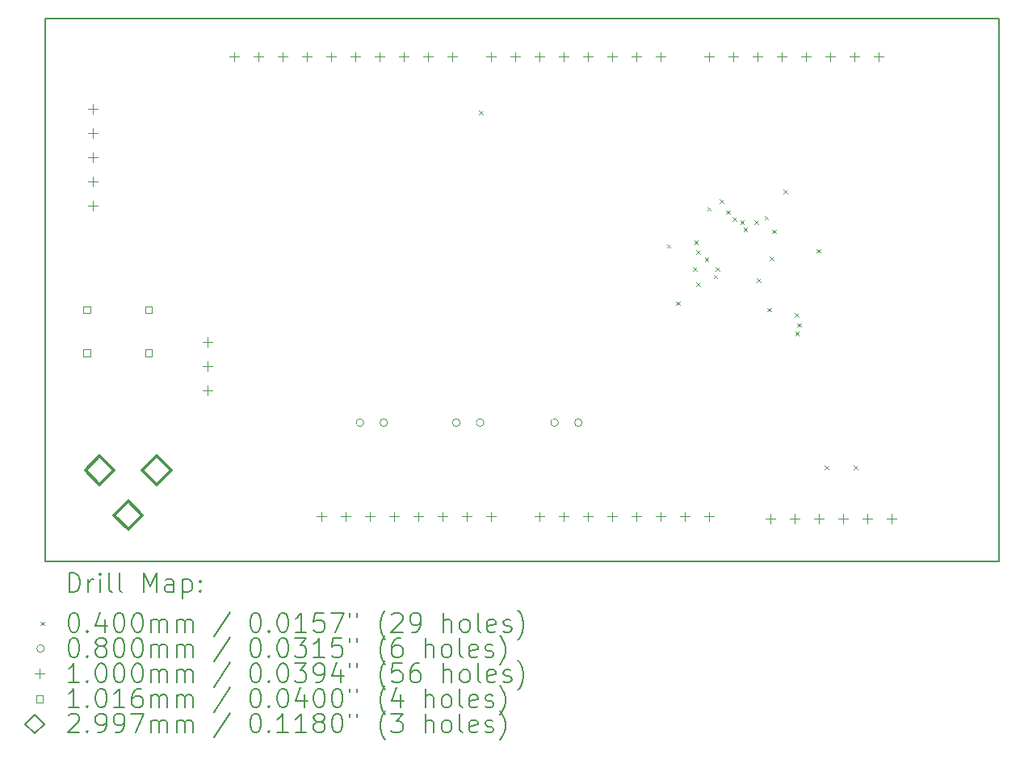
<source format=gbr>
%TF.GenerationSoftware,KiCad,Pcbnew,8.0.6*%
%TF.CreationDate,2025-01-18T13:18:25-05:00*%
%TF.ProjectId,RL78_G13_Arduino,524c3738-5f47-4313-935f-41726475696e,rev?*%
%TF.SameCoordinates,Original*%
%TF.FileFunction,Drillmap*%
%TF.FilePolarity,Positive*%
%FSLAX45Y45*%
G04 Gerber Fmt 4.5, Leading zero omitted, Abs format (unit mm)*
G04 Created by KiCad (PCBNEW 8.0.6) date 2025-01-18 13:18:25*
%MOMM*%
%LPD*%
G01*
G04 APERTURE LIST*
%ADD10C,0.150000*%
%ADD11C,0.200000*%
%ADD12C,0.100000*%
%ADD13C,0.101600*%
%ADD14C,0.299720*%
G04 APERTURE END LIST*
D10*
X5000000Y-8200000D02*
X5000000Y-2500000D01*
X15000000Y-8200000D02*
X5000000Y-8200000D01*
X5000000Y-2500000D02*
X15000000Y-2500000D01*
X15000000Y-2500000D02*
X15000000Y-8200000D01*
D11*
D12*
X9546400Y-3462640D02*
X9586400Y-3502640D01*
X9586400Y-3462640D02*
X9546400Y-3502640D01*
X11518070Y-4865510D02*
X11558070Y-4905510D01*
X11558070Y-4865510D02*
X11518070Y-4905510D01*
X11612470Y-5467140D02*
X11652470Y-5507140D01*
X11652470Y-5467140D02*
X11612470Y-5507140D01*
X11794550Y-5109970D02*
X11834550Y-5149970D01*
X11834550Y-5109970D02*
X11794550Y-5149970D01*
X11805420Y-4828270D02*
X11845420Y-4868270D01*
X11845420Y-4828270D02*
X11805420Y-4868270D01*
X11826670Y-4932300D02*
X11866670Y-4972300D01*
X11866670Y-4932300D02*
X11826670Y-4972300D01*
X11828330Y-5265470D02*
X11868330Y-5305470D01*
X11868330Y-5265470D02*
X11828330Y-5305470D01*
X11915010Y-5006860D02*
X11955010Y-5046860D01*
X11955010Y-5006860D02*
X11915010Y-5046860D01*
X11941180Y-4477190D02*
X11981180Y-4517190D01*
X11981180Y-4477190D02*
X11941180Y-4517190D01*
X12009300Y-5188440D02*
X12049300Y-5228440D01*
X12049300Y-5188440D02*
X12009300Y-5228440D01*
X12027790Y-5107870D02*
X12067790Y-5147870D01*
X12067790Y-5107870D02*
X12027790Y-5147870D01*
X12069110Y-4397860D02*
X12109110Y-4437860D01*
X12109110Y-4397860D02*
X12069110Y-4437860D01*
X12138700Y-4509600D02*
X12178700Y-4549600D01*
X12178700Y-4509600D02*
X12138700Y-4549600D01*
X12204900Y-4581220D02*
X12244900Y-4621220D01*
X12244900Y-4581220D02*
X12204900Y-4621220D01*
X12286880Y-4615760D02*
X12326880Y-4655760D01*
X12326880Y-4615760D02*
X12286880Y-4655760D01*
X12321450Y-4694590D02*
X12361450Y-4734590D01*
X12361450Y-4694590D02*
X12321450Y-4734590D01*
X12438850Y-4616220D02*
X12478850Y-4656220D01*
X12478850Y-4616220D02*
X12438850Y-4656220D01*
X12459930Y-5227810D02*
X12499930Y-5267810D01*
X12499930Y-5227810D02*
X12459930Y-5267810D01*
X12541150Y-4569160D02*
X12581150Y-4609160D01*
X12581150Y-4569160D02*
X12541150Y-4609160D01*
X12572740Y-5534810D02*
X12612740Y-5574810D01*
X12612740Y-5534810D02*
X12572740Y-5574810D01*
X12598800Y-4998290D02*
X12638800Y-5038290D01*
X12638800Y-4998290D02*
X12598800Y-5038290D01*
X12621880Y-4713120D02*
X12661880Y-4753120D01*
X12661880Y-4713120D02*
X12621880Y-4753120D01*
X12739100Y-4294870D02*
X12779100Y-4334870D01*
X12779100Y-4294870D02*
X12739100Y-4334870D01*
X12861390Y-5589700D02*
X12901390Y-5629700D01*
X12901390Y-5589700D02*
X12861390Y-5629700D01*
X12862880Y-5783930D02*
X12902880Y-5823930D01*
X12902880Y-5783930D02*
X12862880Y-5823930D01*
X12883030Y-5696890D02*
X12923030Y-5736890D01*
X12923030Y-5696890D02*
X12883030Y-5736890D01*
X13089710Y-4916180D02*
X13129710Y-4956180D01*
X13129710Y-4916180D02*
X13089710Y-4956180D01*
X13175000Y-7190000D02*
X13215000Y-7230000D01*
X13215000Y-7190000D02*
X13175000Y-7230000D01*
X13480000Y-7190000D02*
X13520000Y-7230000D01*
X13520000Y-7190000D02*
X13480000Y-7230000D01*
X8340200Y-6740000D02*
G75*
G02*
X8260200Y-6740000I-40000J0D01*
G01*
X8260200Y-6740000D02*
G75*
G02*
X8340200Y-6740000I40000J0D01*
G01*
X8590200Y-6740000D02*
G75*
G02*
X8510200Y-6740000I-40000J0D01*
G01*
X8510200Y-6740000D02*
G75*
G02*
X8590200Y-6740000I40000J0D01*
G01*
X9350200Y-6740000D02*
G75*
G02*
X9270200Y-6740000I-40000J0D01*
G01*
X9270200Y-6740000D02*
G75*
G02*
X9350200Y-6740000I40000J0D01*
G01*
X9600200Y-6740000D02*
G75*
G02*
X9520200Y-6740000I-40000J0D01*
G01*
X9520200Y-6740000D02*
G75*
G02*
X9600200Y-6740000I40000J0D01*
G01*
X10380200Y-6740000D02*
G75*
G02*
X10300200Y-6740000I-40000J0D01*
G01*
X10300200Y-6740000D02*
G75*
G02*
X10380200Y-6740000I40000J0D01*
G01*
X10630200Y-6740000D02*
G75*
G02*
X10550200Y-6740000I-40000J0D01*
G01*
X10550200Y-6740000D02*
G75*
G02*
X10630200Y-6740000I40000J0D01*
G01*
X5500000Y-3400000D02*
X5500000Y-3500000D01*
X5450000Y-3450000D02*
X5550000Y-3450000D01*
X5500000Y-3654000D02*
X5500000Y-3754000D01*
X5450000Y-3704000D02*
X5550000Y-3704000D01*
X5500000Y-3908000D02*
X5500000Y-4008000D01*
X5450000Y-3958000D02*
X5550000Y-3958000D01*
X5500000Y-4162000D02*
X5500000Y-4262000D01*
X5450000Y-4212000D02*
X5550000Y-4212000D01*
X5500000Y-4416000D02*
X5500000Y-4516000D01*
X5450000Y-4466000D02*
X5550000Y-4466000D01*
X6705200Y-5846000D02*
X6705200Y-5946000D01*
X6655200Y-5896000D02*
X6755200Y-5896000D01*
X6705200Y-6100000D02*
X6705200Y-6200000D01*
X6655200Y-6150000D02*
X6755200Y-6150000D01*
X6705200Y-6354000D02*
X6705200Y-6454000D01*
X6655200Y-6404000D02*
X6755200Y-6404000D01*
X6979800Y-2850000D02*
X6979800Y-2950000D01*
X6929800Y-2900000D02*
X7029800Y-2900000D01*
X7233800Y-2850000D02*
X7233800Y-2950000D01*
X7183800Y-2900000D02*
X7283800Y-2900000D01*
X7487800Y-2850000D02*
X7487800Y-2950000D01*
X7437800Y-2900000D02*
X7537800Y-2900000D01*
X7741800Y-2850000D02*
X7741800Y-2950000D01*
X7691800Y-2900000D02*
X7791800Y-2900000D01*
X7894200Y-7676000D02*
X7894200Y-7776000D01*
X7844200Y-7726000D02*
X7944200Y-7726000D01*
X7995800Y-2850000D02*
X7995800Y-2950000D01*
X7945800Y-2900000D02*
X8045800Y-2900000D01*
X8148200Y-7676000D02*
X8148200Y-7776000D01*
X8098200Y-7726000D02*
X8198200Y-7726000D01*
X8249800Y-2850000D02*
X8249800Y-2950000D01*
X8199800Y-2900000D02*
X8299800Y-2900000D01*
X8402200Y-7676000D02*
X8402200Y-7776000D01*
X8352200Y-7726000D02*
X8452200Y-7726000D01*
X8503800Y-2850000D02*
X8503800Y-2950000D01*
X8453800Y-2900000D02*
X8553800Y-2900000D01*
X8656200Y-7676000D02*
X8656200Y-7776000D01*
X8606200Y-7726000D02*
X8706200Y-7726000D01*
X8757800Y-2850000D02*
X8757800Y-2950000D01*
X8707800Y-2900000D02*
X8807800Y-2900000D01*
X8910200Y-7676000D02*
X8910200Y-7776000D01*
X8860200Y-7726000D02*
X8960200Y-7726000D01*
X9011800Y-2850000D02*
X9011800Y-2950000D01*
X8961800Y-2900000D02*
X9061800Y-2900000D01*
X9164200Y-7676000D02*
X9164200Y-7776000D01*
X9114200Y-7726000D02*
X9214200Y-7726000D01*
X9265800Y-2850000D02*
X9265800Y-2950000D01*
X9215800Y-2900000D02*
X9315800Y-2900000D01*
X9418200Y-7676000D02*
X9418200Y-7776000D01*
X9368200Y-7726000D02*
X9468200Y-7726000D01*
X9672200Y-2850000D02*
X9672200Y-2950000D01*
X9622200Y-2900000D02*
X9722200Y-2900000D01*
X9672200Y-7676000D02*
X9672200Y-7776000D01*
X9622200Y-7726000D02*
X9722200Y-7726000D01*
X9926200Y-2850000D02*
X9926200Y-2950000D01*
X9876200Y-2900000D02*
X9976200Y-2900000D01*
X10180200Y-2850000D02*
X10180200Y-2950000D01*
X10130200Y-2900000D02*
X10230200Y-2900000D01*
X10180200Y-7676000D02*
X10180200Y-7776000D01*
X10130200Y-7726000D02*
X10230200Y-7726000D01*
X10434200Y-2850000D02*
X10434200Y-2950000D01*
X10384200Y-2900000D02*
X10484200Y-2900000D01*
X10434200Y-7676000D02*
X10434200Y-7776000D01*
X10384200Y-7726000D02*
X10484200Y-7726000D01*
X10688200Y-2850000D02*
X10688200Y-2950000D01*
X10638200Y-2900000D02*
X10738200Y-2900000D01*
X10688200Y-7676000D02*
X10688200Y-7776000D01*
X10638200Y-7726000D02*
X10738200Y-7726000D01*
X10942200Y-2850000D02*
X10942200Y-2950000D01*
X10892200Y-2900000D02*
X10992200Y-2900000D01*
X10942200Y-7676000D02*
X10942200Y-7776000D01*
X10892200Y-7726000D02*
X10992200Y-7726000D01*
X11196200Y-2850000D02*
X11196200Y-2950000D01*
X11146200Y-2900000D02*
X11246200Y-2900000D01*
X11196200Y-7676000D02*
X11196200Y-7776000D01*
X11146200Y-7726000D02*
X11246200Y-7726000D01*
X11450200Y-2850000D02*
X11450200Y-2950000D01*
X11400200Y-2900000D02*
X11500200Y-2900000D01*
X11450200Y-7676000D02*
X11450200Y-7776000D01*
X11400200Y-7726000D02*
X11500200Y-7726000D01*
X11704200Y-7676000D02*
X11704200Y-7776000D01*
X11654200Y-7726000D02*
X11754200Y-7726000D01*
X11958200Y-2850000D02*
X11958200Y-2950000D01*
X11908200Y-2900000D02*
X12008200Y-2900000D01*
X11958200Y-7676000D02*
X11958200Y-7776000D01*
X11908200Y-7726000D02*
X12008200Y-7726000D01*
X12212200Y-2850000D02*
X12212200Y-2950000D01*
X12162200Y-2900000D02*
X12262200Y-2900000D01*
X12466200Y-2850000D02*
X12466200Y-2950000D01*
X12416200Y-2900000D02*
X12516200Y-2900000D01*
X12602000Y-7700000D02*
X12602000Y-7800000D01*
X12552000Y-7750000D02*
X12652000Y-7750000D01*
X12720200Y-2850000D02*
X12720200Y-2950000D01*
X12670200Y-2900000D02*
X12770200Y-2900000D01*
X12856000Y-7700000D02*
X12856000Y-7800000D01*
X12806000Y-7750000D02*
X12906000Y-7750000D01*
X12974200Y-2850000D02*
X12974200Y-2950000D01*
X12924200Y-2900000D02*
X13024200Y-2900000D01*
X13110000Y-7700000D02*
X13110000Y-7800000D01*
X13060000Y-7750000D02*
X13160000Y-7750000D01*
X13228200Y-2850000D02*
X13228200Y-2950000D01*
X13178200Y-2900000D02*
X13278200Y-2900000D01*
X13364000Y-7700000D02*
X13364000Y-7800000D01*
X13314000Y-7750000D02*
X13414000Y-7750000D01*
X13482200Y-2850000D02*
X13482200Y-2950000D01*
X13432200Y-2900000D02*
X13532200Y-2900000D01*
X13618000Y-7700000D02*
X13618000Y-7800000D01*
X13568000Y-7750000D02*
X13668000Y-7750000D01*
X13736200Y-2850000D02*
X13736200Y-2950000D01*
X13686200Y-2900000D02*
X13786200Y-2900000D01*
X13872000Y-7700000D02*
X13872000Y-7800000D01*
X13822000Y-7750000D02*
X13922000Y-7750000D01*
D13*
X5471001Y-5589861D02*
X5471001Y-5518019D01*
X5399159Y-5518019D01*
X5399159Y-5589861D01*
X5471001Y-5589861D01*
X5471001Y-6041981D02*
X5471001Y-5970139D01*
X5399159Y-5970139D01*
X5399159Y-6041981D01*
X5471001Y-6041981D01*
X6121241Y-5589861D02*
X6121241Y-5518019D01*
X6049399Y-5518019D01*
X6049399Y-5589861D01*
X6121241Y-5589861D01*
X6121241Y-6041981D02*
X6121241Y-5970139D01*
X6049399Y-5970139D01*
X6049399Y-6041981D01*
X6121241Y-6041981D01*
D14*
X5570000Y-7389860D02*
X5719860Y-7240000D01*
X5570000Y-7090140D01*
X5420140Y-7240000D01*
X5570000Y-7389860D01*
X5870000Y-7859860D02*
X6019860Y-7710000D01*
X5870000Y-7560140D01*
X5720140Y-7710000D01*
X5870000Y-7859860D01*
X6170000Y-7389860D02*
X6319860Y-7240000D01*
X6170000Y-7090140D01*
X6020140Y-7240000D01*
X6170000Y-7389860D01*
D11*
X5253277Y-8518984D02*
X5253277Y-8318984D01*
X5253277Y-8318984D02*
X5300896Y-8318984D01*
X5300896Y-8318984D02*
X5329467Y-8328508D01*
X5329467Y-8328508D02*
X5348515Y-8347555D01*
X5348515Y-8347555D02*
X5358039Y-8366603D01*
X5358039Y-8366603D02*
X5367563Y-8404698D01*
X5367563Y-8404698D02*
X5367563Y-8433270D01*
X5367563Y-8433270D02*
X5358039Y-8471365D01*
X5358039Y-8471365D02*
X5348515Y-8490412D01*
X5348515Y-8490412D02*
X5329467Y-8509460D01*
X5329467Y-8509460D02*
X5300896Y-8518984D01*
X5300896Y-8518984D02*
X5253277Y-8518984D01*
X5453277Y-8518984D02*
X5453277Y-8385650D01*
X5453277Y-8423746D02*
X5462801Y-8404698D01*
X5462801Y-8404698D02*
X5472324Y-8395174D01*
X5472324Y-8395174D02*
X5491372Y-8385650D01*
X5491372Y-8385650D02*
X5510420Y-8385650D01*
X5577086Y-8518984D02*
X5577086Y-8385650D01*
X5577086Y-8318984D02*
X5567563Y-8328508D01*
X5567563Y-8328508D02*
X5577086Y-8338031D01*
X5577086Y-8338031D02*
X5586610Y-8328508D01*
X5586610Y-8328508D02*
X5577086Y-8318984D01*
X5577086Y-8318984D02*
X5577086Y-8338031D01*
X5700896Y-8518984D02*
X5681848Y-8509460D01*
X5681848Y-8509460D02*
X5672324Y-8490412D01*
X5672324Y-8490412D02*
X5672324Y-8318984D01*
X5805658Y-8518984D02*
X5786610Y-8509460D01*
X5786610Y-8509460D02*
X5777086Y-8490412D01*
X5777086Y-8490412D02*
X5777086Y-8318984D01*
X6034229Y-8518984D02*
X6034229Y-8318984D01*
X6034229Y-8318984D02*
X6100896Y-8461841D01*
X6100896Y-8461841D02*
X6167562Y-8318984D01*
X6167562Y-8318984D02*
X6167562Y-8518984D01*
X6348515Y-8518984D02*
X6348515Y-8414222D01*
X6348515Y-8414222D02*
X6338991Y-8395174D01*
X6338991Y-8395174D02*
X6319943Y-8385650D01*
X6319943Y-8385650D02*
X6281848Y-8385650D01*
X6281848Y-8385650D02*
X6262801Y-8395174D01*
X6348515Y-8509460D02*
X6329467Y-8518984D01*
X6329467Y-8518984D02*
X6281848Y-8518984D01*
X6281848Y-8518984D02*
X6262801Y-8509460D01*
X6262801Y-8509460D02*
X6253277Y-8490412D01*
X6253277Y-8490412D02*
X6253277Y-8471365D01*
X6253277Y-8471365D02*
X6262801Y-8452317D01*
X6262801Y-8452317D02*
X6281848Y-8442793D01*
X6281848Y-8442793D02*
X6329467Y-8442793D01*
X6329467Y-8442793D02*
X6348515Y-8433270D01*
X6443753Y-8385650D02*
X6443753Y-8585650D01*
X6443753Y-8395174D02*
X6462801Y-8385650D01*
X6462801Y-8385650D02*
X6500896Y-8385650D01*
X6500896Y-8385650D02*
X6519943Y-8395174D01*
X6519943Y-8395174D02*
X6529467Y-8404698D01*
X6529467Y-8404698D02*
X6538991Y-8423746D01*
X6538991Y-8423746D02*
X6538991Y-8480889D01*
X6538991Y-8480889D02*
X6529467Y-8499936D01*
X6529467Y-8499936D02*
X6519943Y-8509460D01*
X6519943Y-8509460D02*
X6500896Y-8518984D01*
X6500896Y-8518984D02*
X6462801Y-8518984D01*
X6462801Y-8518984D02*
X6443753Y-8509460D01*
X6624705Y-8499936D02*
X6634229Y-8509460D01*
X6634229Y-8509460D02*
X6624705Y-8518984D01*
X6624705Y-8518984D02*
X6615182Y-8509460D01*
X6615182Y-8509460D02*
X6624705Y-8499936D01*
X6624705Y-8499936D02*
X6624705Y-8518984D01*
X6624705Y-8395174D02*
X6634229Y-8404698D01*
X6634229Y-8404698D02*
X6624705Y-8414222D01*
X6624705Y-8414222D02*
X6615182Y-8404698D01*
X6615182Y-8404698D02*
X6624705Y-8395174D01*
X6624705Y-8395174D02*
X6624705Y-8414222D01*
D12*
X4952500Y-8827500D02*
X4992500Y-8867500D01*
X4992500Y-8827500D02*
X4952500Y-8867500D01*
D11*
X5291372Y-8738984D02*
X5310420Y-8738984D01*
X5310420Y-8738984D02*
X5329467Y-8748508D01*
X5329467Y-8748508D02*
X5338991Y-8758031D01*
X5338991Y-8758031D02*
X5348515Y-8777079D01*
X5348515Y-8777079D02*
X5358039Y-8815174D01*
X5358039Y-8815174D02*
X5358039Y-8862793D01*
X5358039Y-8862793D02*
X5348515Y-8900889D01*
X5348515Y-8900889D02*
X5338991Y-8919936D01*
X5338991Y-8919936D02*
X5329467Y-8929460D01*
X5329467Y-8929460D02*
X5310420Y-8938984D01*
X5310420Y-8938984D02*
X5291372Y-8938984D01*
X5291372Y-8938984D02*
X5272324Y-8929460D01*
X5272324Y-8929460D02*
X5262801Y-8919936D01*
X5262801Y-8919936D02*
X5253277Y-8900889D01*
X5253277Y-8900889D02*
X5243753Y-8862793D01*
X5243753Y-8862793D02*
X5243753Y-8815174D01*
X5243753Y-8815174D02*
X5253277Y-8777079D01*
X5253277Y-8777079D02*
X5262801Y-8758031D01*
X5262801Y-8758031D02*
X5272324Y-8748508D01*
X5272324Y-8748508D02*
X5291372Y-8738984D01*
X5443753Y-8919936D02*
X5453277Y-8929460D01*
X5453277Y-8929460D02*
X5443753Y-8938984D01*
X5443753Y-8938984D02*
X5434229Y-8929460D01*
X5434229Y-8929460D02*
X5443753Y-8919936D01*
X5443753Y-8919936D02*
X5443753Y-8938984D01*
X5624705Y-8805650D02*
X5624705Y-8938984D01*
X5577086Y-8729460D02*
X5529467Y-8872317D01*
X5529467Y-8872317D02*
X5653277Y-8872317D01*
X5767562Y-8738984D02*
X5786610Y-8738984D01*
X5786610Y-8738984D02*
X5805658Y-8748508D01*
X5805658Y-8748508D02*
X5815182Y-8758031D01*
X5815182Y-8758031D02*
X5824705Y-8777079D01*
X5824705Y-8777079D02*
X5834229Y-8815174D01*
X5834229Y-8815174D02*
X5834229Y-8862793D01*
X5834229Y-8862793D02*
X5824705Y-8900889D01*
X5824705Y-8900889D02*
X5815182Y-8919936D01*
X5815182Y-8919936D02*
X5805658Y-8929460D01*
X5805658Y-8929460D02*
X5786610Y-8938984D01*
X5786610Y-8938984D02*
X5767562Y-8938984D01*
X5767562Y-8938984D02*
X5748515Y-8929460D01*
X5748515Y-8929460D02*
X5738991Y-8919936D01*
X5738991Y-8919936D02*
X5729467Y-8900889D01*
X5729467Y-8900889D02*
X5719943Y-8862793D01*
X5719943Y-8862793D02*
X5719943Y-8815174D01*
X5719943Y-8815174D02*
X5729467Y-8777079D01*
X5729467Y-8777079D02*
X5738991Y-8758031D01*
X5738991Y-8758031D02*
X5748515Y-8748508D01*
X5748515Y-8748508D02*
X5767562Y-8738984D01*
X5958039Y-8738984D02*
X5977086Y-8738984D01*
X5977086Y-8738984D02*
X5996134Y-8748508D01*
X5996134Y-8748508D02*
X6005658Y-8758031D01*
X6005658Y-8758031D02*
X6015182Y-8777079D01*
X6015182Y-8777079D02*
X6024705Y-8815174D01*
X6024705Y-8815174D02*
X6024705Y-8862793D01*
X6024705Y-8862793D02*
X6015182Y-8900889D01*
X6015182Y-8900889D02*
X6005658Y-8919936D01*
X6005658Y-8919936D02*
X5996134Y-8929460D01*
X5996134Y-8929460D02*
X5977086Y-8938984D01*
X5977086Y-8938984D02*
X5958039Y-8938984D01*
X5958039Y-8938984D02*
X5938991Y-8929460D01*
X5938991Y-8929460D02*
X5929467Y-8919936D01*
X5929467Y-8919936D02*
X5919943Y-8900889D01*
X5919943Y-8900889D02*
X5910420Y-8862793D01*
X5910420Y-8862793D02*
X5910420Y-8815174D01*
X5910420Y-8815174D02*
X5919943Y-8777079D01*
X5919943Y-8777079D02*
X5929467Y-8758031D01*
X5929467Y-8758031D02*
X5938991Y-8748508D01*
X5938991Y-8748508D02*
X5958039Y-8738984D01*
X6110420Y-8938984D02*
X6110420Y-8805650D01*
X6110420Y-8824698D02*
X6119943Y-8815174D01*
X6119943Y-8815174D02*
X6138991Y-8805650D01*
X6138991Y-8805650D02*
X6167563Y-8805650D01*
X6167563Y-8805650D02*
X6186610Y-8815174D01*
X6186610Y-8815174D02*
X6196134Y-8834222D01*
X6196134Y-8834222D02*
X6196134Y-8938984D01*
X6196134Y-8834222D02*
X6205658Y-8815174D01*
X6205658Y-8815174D02*
X6224705Y-8805650D01*
X6224705Y-8805650D02*
X6253277Y-8805650D01*
X6253277Y-8805650D02*
X6272324Y-8815174D01*
X6272324Y-8815174D02*
X6281848Y-8834222D01*
X6281848Y-8834222D02*
X6281848Y-8938984D01*
X6377086Y-8938984D02*
X6377086Y-8805650D01*
X6377086Y-8824698D02*
X6386610Y-8815174D01*
X6386610Y-8815174D02*
X6405658Y-8805650D01*
X6405658Y-8805650D02*
X6434229Y-8805650D01*
X6434229Y-8805650D02*
X6453277Y-8815174D01*
X6453277Y-8815174D02*
X6462801Y-8834222D01*
X6462801Y-8834222D02*
X6462801Y-8938984D01*
X6462801Y-8834222D02*
X6472324Y-8815174D01*
X6472324Y-8815174D02*
X6491372Y-8805650D01*
X6491372Y-8805650D02*
X6519943Y-8805650D01*
X6519943Y-8805650D02*
X6538991Y-8815174D01*
X6538991Y-8815174D02*
X6548515Y-8834222D01*
X6548515Y-8834222D02*
X6548515Y-8938984D01*
X6938991Y-8729460D02*
X6767563Y-8986603D01*
X7196134Y-8738984D02*
X7215182Y-8738984D01*
X7215182Y-8738984D02*
X7234229Y-8748508D01*
X7234229Y-8748508D02*
X7243753Y-8758031D01*
X7243753Y-8758031D02*
X7253277Y-8777079D01*
X7253277Y-8777079D02*
X7262801Y-8815174D01*
X7262801Y-8815174D02*
X7262801Y-8862793D01*
X7262801Y-8862793D02*
X7253277Y-8900889D01*
X7253277Y-8900889D02*
X7243753Y-8919936D01*
X7243753Y-8919936D02*
X7234229Y-8929460D01*
X7234229Y-8929460D02*
X7215182Y-8938984D01*
X7215182Y-8938984D02*
X7196134Y-8938984D01*
X7196134Y-8938984D02*
X7177086Y-8929460D01*
X7177086Y-8929460D02*
X7167563Y-8919936D01*
X7167563Y-8919936D02*
X7158039Y-8900889D01*
X7158039Y-8900889D02*
X7148515Y-8862793D01*
X7148515Y-8862793D02*
X7148515Y-8815174D01*
X7148515Y-8815174D02*
X7158039Y-8777079D01*
X7158039Y-8777079D02*
X7167563Y-8758031D01*
X7167563Y-8758031D02*
X7177086Y-8748508D01*
X7177086Y-8748508D02*
X7196134Y-8738984D01*
X7348515Y-8919936D02*
X7358039Y-8929460D01*
X7358039Y-8929460D02*
X7348515Y-8938984D01*
X7348515Y-8938984D02*
X7338991Y-8929460D01*
X7338991Y-8929460D02*
X7348515Y-8919936D01*
X7348515Y-8919936D02*
X7348515Y-8938984D01*
X7481848Y-8738984D02*
X7500896Y-8738984D01*
X7500896Y-8738984D02*
X7519944Y-8748508D01*
X7519944Y-8748508D02*
X7529467Y-8758031D01*
X7529467Y-8758031D02*
X7538991Y-8777079D01*
X7538991Y-8777079D02*
X7548515Y-8815174D01*
X7548515Y-8815174D02*
X7548515Y-8862793D01*
X7548515Y-8862793D02*
X7538991Y-8900889D01*
X7538991Y-8900889D02*
X7529467Y-8919936D01*
X7529467Y-8919936D02*
X7519944Y-8929460D01*
X7519944Y-8929460D02*
X7500896Y-8938984D01*
X7500896Y-8938984D02*
X7481848Y-8938984D01*
X7481848Y-8938984D02*
X7462801Y-8929460D01*
X7462801Y-8929460D02*
X7453277Y-8919936D01*
X7453277Y-8919936D02*
X7443753Y-8900889D01*
X7443753Y-8900889D02*
X7434229Y-8862793D01*
X7434229Y-8862793D02*
X7434229Y-8815174D01*
X7434229Y-8815174D02*
X7443753Y-8777079D01*
X7443753Y-8777079D02*
X7453277Y-8758031D01*
X7453277Y-8758031D02*
X7462801Y-8748508D01*
X7462801Y-8748508D02*
X7481848Y-8738984D01*
X7738991Y-8938984D02*
X7624706Y-8938984D01*
X7681848Y-8938984D02*
X7681848Y-8738984D01*
X7681848Y-8738984D02*
X7662801Y-8767555D01*
X7662801Y-8767555D02*
X7643753Y-8786603D01*
X7643753Y-8786603D02*
X7624706Y-8796127D01*
X7919944Y-8738984D02*
X7824706Y-8738984D01*
X7824706Y-8738984D02*
X7815182Y-8834222D01*
X7815182Y-8834222D02*
X7824706Y-8824698D01*
X7824706Y-8824698D02*
X7843753Y-8815174D01*
X7843753Y-8815174D02*
X7891372Y-8815174D01*
X7891372Y-8815174D02*
X7910420Y-8824698D01*
X7910420Y-8824698D02*
X7919944Y-8834222D01*
X7919944Y-8834222D02*
X7929467Y-8853270D01*
X7929467Y-8853270D02*
X7929467Y-8900889D01*
X7929467Y-8900889D02*
X7919944Y-8919936D01*
X7919944Y-8919936D02*
X7910420Y-8929460D01*
X7910420Y-8929460D02*
X7891372Y-8938984D01*
X7891372Y-8938984D02*
X7843753Y-8938984D01*
X7843753Y-8938984D02*
X7824706Y-8929460D01*
X7824706Y-8929460D02*
X7815182Y-8919936D01*
X7996134Y-8738984D02*
X8129467Y-8738984D01*
X8129467Y-8738984D02*
X8043753Y-8938984D01*
X8196134Y-8738984D02*
X8196134Y-8777079D01*
X8272325Y-8738984D02*
X8272325Y-8777079D01*
X8567563Y-9015174D02*
X8558039Y-9005650D01*
X8558039Y-9005650D02*
X8538991Y-8977079D01*
X8538991Y-8977079D02*
X8529468Y-8958031D01*
X8529468Y-8958031D02*
X8519944Y-8929460D01*
X8519944Y-8929460D02*
X8510420Y-8881841D01*
X8510420Y-8881841D02*
X8510420Y-8843746D01*
X8510420Y-8843746D02*
X8519944Y-8796127D01*
X8519944Y-8796127D02*
X8529468Y-8767555D01*
X8529468Y-8767555D02*
X8538991Y-8748508D01*
X8538991Y-8748508D02*
X8558039Y-8719936D01*
X8558039Y-8719936D02*
X8567563Y-8710412D01*
X8634230Y-8758031D02*
X8643753Y-8748508D01*
X8643753Y-8748508D02*
X8662801Y-8738984D01*
X8662801Y-8738984D02*
X8710420Y-8738984D01*
X8710420Y-8738984D02*
X8729468Y-8748508D01*
X8729468Y-8748508D02*
X8738991Y-8758031D01*
X8738991Y-8758031D02*
X8748515Y-8777079D01*
X8748515Y-8777079D02*
X8748515Y-8796127D01*
X8748515Y-8796127D02*
X8738991Y-8824698D01*
X8738991Y-8824698D02*
X8624706Y-8938984D01*
X8624706Y-8938984D02*
X8748515Y-8938984D01*
X8843753Y-8938984D02*
X8881849Y-8938984D01*
X8881849Y-8938984D02*
X8900896Y-8929460D01*
X8900896Y-8929460D02*
X8910420Y-8919936D01*
X8910420Y-8919936D02*
X8929468Y-8891365D01*
X8929468Y-8891365D02*
X8938991Y-8853270D01*
X8938991Y-8853270D02*
X8938991Y-8777079D01*
X8938991Y-8777079D02*
X8929468Y-8758031D01*
X8929468Y-8758031D02*
X8919944Y-8748508D01*
X8919944Y-8748508D02*
X8900896Y-8738984D01*
X8900896Y-8738984D02*
X8862801Y-8738984D01*
X8862801Y-8738984D02*
X8843753Y-8748508D01*
X8843753Y-8748508D02*
X8834230Y-8758031D01*
X8834230Y-8758031D02*
X8824706Y-8777079D01*
X8824706Y-8777079D02*
X8824706Y-8824698D01*
X8824706Y-8824698D02*
X8834230Y-8843746D01*
X8834230Y-8843746D02*
X8843753Y-8853270D01*
X8843753Y-8853270D02*
X8862801Y-8862793D01*
X8862801Y-8862793D02*
X8900896Y-8862793D01*
X8900896Y-8862793D02*
X8919944Y-8853270D01*
X8919944Y-8853270D02*
X8929468Y-8843746D01*
X8929468Y-8843746D02*
X8938991Y-8824698D01*
X9177087Y-8938984D02*
X9177087Y-8738984D01*
X9262801Y-8938984D02*
X9262801Y-8834222D01*
X9262801Y-8834222D02*
X9253277Y-8815174D01*
X9253277Y-8815174D02*
X9234230Y-8805650D01*
X9234230Y-8805650D02*
X9205658Y-8805650D01*
X9205658Y-8805650D02*
X9186611Y-8815174D01*
X9186611Y-8815174D02*
X9177087Y-8824698D01*
X9386611Y-8938984D02*
X9367563Y-8929460D01*
X9367563Y-8929460D02*
X9358039Y-8919936D01*
X9358039Y-8919936D02*
X9348515Y-8900889D01*
X9348515Y-8900889D02*
X9348515Y-8843746D01*
X9348515Y-8843746D02*
X9358039Y-8824698D01*
X9358039Y-8824698D02*
X9367563Y-8815174D01*
X9367563Y-8815174D02*
X9386611Y-8805650D01*
X9386611Y-8805650D02*
X9415182Y-8805650D01*
X9415182Y-8805650D02*
X9434230Y-8815174D01*
X9434230Y-8815174D02*
X9443753Y-8824698D01*
X9443753Y-8824698D02*
X9453277Y-8843746D01*
X9453277Y-8843746D02*
X9453277Y-8900889D01*
X9453277Y-8900889D02*
X9443753Y-8919936D01*
X9443753Y-8919936D02*
X9434230Y-8929460D01*
X9434230Y-8929460D02*
X9415182Y-8938984D01*
X9415182Y-8938984D02*
X9386611Y-8938984D01*
X9567563Y-8938984D02*
X9548515Y-8929460D01*
X9548515Y-8929460D02*
X9538992Y-8910412D01*
X9538992Y-8910412D02*
X9538992Y-8738984D01*
X9719944Y-8929460D02*
X9700896Y-8938984D01*
X9700896Y-8938984D02*
X9662801Y-8938984D01*
X9662801Y-8938984D02*
X9643753Y-8929460D01*
X9643753Y-8929460D02*
X9634230Y-8910412D01*
X9634230Y-8910412D02*
X9634230Y-8834222D01*
X9634230Y-8834222D02*
X9643753Y-8815174D01*
X9643753Y-8815174D02*
X9662801Y-8805650D01*
X9662801Y-8805650D02*
X9700896Y-8805650D01*
X9700896Y-8805650D02*
X9719944Y-8815174D01*
X9719944Y-8815174D02*
X9729468Y-8834222D01*
X9729468Y-8834222D02*
X9729468Y-8853270D01*
X9729468Y-8853270D02*
X9634230Y-8872317D01*
X9805658Y-8929460D02*
X9824706Y-8938984D01*
X9824706Y-8938984D02*
X9862801Y-8938984D01*
X9862801Y-8938984D02*
X9881849Y-8929460D01*
X9881849Y-8929460D02*
X9891373Y-8910412D01*
X9891373Y-8910412D02*
X9891373Y-8900889D01*
X9891373Y-8900889D02*
X9881849Y-8881841D01*
X9881849Y-8881841D02*
X9862801Y-8872317D01*
X9862801Y-8872317D02*
X9834230Y-8872317D01*
X9834230Y-8872317D02*
X9815182Y-8862793D01*
X9815182Y-8862793D02*
X9805658Y-8843746D01*
X9805658Y-8843746D02*
X9805658Y-8834222D01*
X9805658Y-8834222D02*
X9815182Y-8815174D01*
X9815182Y-8815174D02*
X9834230Y-8805650D01*
X9834230Y-8805650D02*
X9862801Y-8805650D01*
X9862801Y-8805650D02*
X9881849Y-8815174D01*
X9958039Y-9015174D02*
X9967563Y-9005650D01*
X9967563Y-9005650D02*
X9986611Y-8977079D01*
X9986611Y-8977079D02*
X9996134Y-8958031D01*
X9996134Y-8958031D02*
X10005658Y-8929460D01*
X10005658Y-8929460D02*
X10015182Y-8881841D01*
X10015182Y-8881841D02*
X10015182Y-8843746D01*
X10015182Y-8843746D02*
X10005658Y-8796127D01*
X10005658Y-8796127D02*
X9996134Y-8767555D01*
X9996134Y-8767555D02*
X9986611Y-8748508D01*
X9986611Y-8748508D02*
X9967563Y-8719936D01*
X9967563Y-8719936D02*
X9958039Y-8710412D01*
D12*
X4992500Y-9111500D02*
G75*
G02*
X4912500Y-9111500I-40000J0D01*
G01*
X4912500Y-9111500D02*
G75*
G02*
X4992500Y-9111500I40000J0D01*
G01*
D11*
X5291372Y-9002984D02*
X5310420Y-9002984D01*
X5310420Y-9002984D02*
X5329467Y-9012508D01*
X5329467Y-9012508D02*
X5338991Y-9022031D01*
X5338991Y-9022031D02*
X5348515Y-9041079D01*
X5348515Y-9041079D02*
X5358039Y-9079174D01*
X5358039Y-9079174D02*
X5358039Y-9126793D01*
X5358039Y-9126793D02*
X5348515Y-9164889D01*
X5348515Y-9164889D02*
X5338991Y-9183936D01*
X5338991Y-9183936D02*
X5329467Y-9193460D01*
X5329467Y-9193460D02*
X5310420Y-9202984D01*
X5310420Y-9202984D02*
X5291372Y-9202984D01*
X5291372Y-9202984D02*
X5272324Y-9193460D01*
X5272324Y-9193460D02*
X5262801Y-9183936D01*
X5262801Y-9183936D02*
X5253277Y-9164889D01*
X5253277Y-9164889D02*
X5243753Y-9126793D01*
X5243753Y-9126793D02*
X5243753Y-9079174D01*
X5243753Y-9079174D02*
X5253277Y-9041079D01*
X5253277Y-9041079D02*
X5262801Y-9022031D01*
X5262801Y-9022031D02*
X5272324Y-9012508D01*
X5272324Y-9012508D02*
X5291372Y-9002984D01*
X5443753Y-9183936D02*
X5453277Y-9193460D01*
X5453277Y-9193460D02*
X5443753Y-9202984D01*
X5443753Y-9202984D02*
X5434229Y-9193460D01*
X5434229Y-9193460D02*
X5443753Y-9183936D01*
X5443753Y-9183936D02*
X5443753Y-9202984D01*
X5567563Y-9088698D02*
X5548515Y-9079174D01*
X5548515Y-9079174D02*
X5538991Y-9069650D01*
X5538991Y-9069650D02*
X5529467Y-9050603D01*
X5529467Y-9050603D02*
X5529467Y-9041079D01*
X5529467Y-9041079D02*
X5538991Y-9022031D01*
X5538991Y-9022031D02*
X5548515Y-9012508D01*
X5548515Y-9012508D02*
X5567563Y-9002984D01*
X5567563Y-9002984D02*
X5605658Y-9002984D01*
X5605658Y-9002984D02*
X5624705Y-9012508D01*
X5624705Y-9012508D02*
X5634229Y-9022031D01*
X5634229Y-9022031D02*
X5643753Y-9041079D01*
X5643753Y-9041079D02*
X5643753Y-9050603D01*
X5643753Y-9050603D02*
X5634229Y-9069650D01*
X5634229Y-9069650D02*
X5624705Y-9079174D01*
X5624705Y-9079174D02*
X5605658Y-9088698D01*
X5605658Y-9088698D02*
X5567563Y-9088698D01*
X5567563Y-9088698D02*
X5548515Y-9098222D01*
X5548515Y-9098222D02*
X5538991Y-9107746D01*
X5538991Y-9107746D02*
X5529467Y-9126793D01*
X5529467Y-9126793D02*
X5529467Y-9164889D01*
X5529467Y-9164889D02*
X5538991Y-9183936D01*
X5538991Y-9183936D02*
X5548515Y-9193460D01*
X5548515Y-9193460D02*
X5567563Y-9202984D01*
X5567563Y-9202984D02*
X5605658Y-9202984D01*
X5605658Y-9202984D02*
X5624705Y-9193460D01*
X5624705Y-9193460D02*
X5634229Y-9183936D01*
X5634229Y-9183936D02*
X5643753Y-9164889D01*
X5643753Y-9164889D02*
X5643753Y-9126793D01*
X5643753Y-9126793D02*
X5634229Y-9107746D01*
X5634229Y-9107746D02*
X5624705Y-9098222D01*
X5624705Y-9098222D02*
X5605658Y-9088698D01*
X5767562Y-9002984D02*
X5786610Y-9002984D01*
X5786610Y-9002984D02*
X5805658Y-9012508D01*
X5805658Y-9012508D02*
X5815182Y-9022031D01*
X5815182Y-9022031D02*
X5824705Y-9041079D01*
X5824705Y-9041079D02*
X5834229Y-9079174D01*
X5834229Y-9079174D02*
X5834229Y-9126793D01*
X5834229Y-9126793D02*
X5824705Y-9164889D01*
X5824705Y-9164889D02*
X5815182Y-9183936D01*
X5815182Y-9183936D02*
X5805658Y-9193460D01*
X5805658Y-9193460D02*
X5786610Y-9202984D01*
X5786610Y-9202984D02*
X5767562Y-9202984D01*
X5767562Y-9202984D02*
X5748515Y-9193460D01*
X5748515Y-9193460D02*
X5738991Y-9183936D01*
X5738991Y-9183936D02*
X5729467Y-9164889D01*
X5729467Y-9164889D02*
X5719943Y-9126793D01*
X5719943Y-9126793D02*
X5719943Y-9079174D01*
X5719943Y-9079174D02*
X5729467Y-9041079D01*
X5729467Y-9041079D02*
X5738991Y-9022031D01*
X5738991Y-9022031D02*
X5748515Y-9012508D01*
X5748515Y-9012508D02*
X5767562Y-9002984D01*
X5958039Y-9002984D02*
X5977086Y-9002984D01*
X5977086Y-9002984D02*
X5996134Y-9012508D01*
X5996134Y-9012508D02*
X6005658Y-9022031D01*
X6005658Y-9022031D02*
X6015182Y-9041079D01*
X6015182Y-9041079D02*
X6024705Y-9079174D01*
X6024705Y-9079174D02*
X6024705Y-9126793D01*
X6024705Y-9126793D02*
X6015182Y-9164889D01*
X6015182Y-9164889D02*
X6005658Y-9183936D01*
X6005658Y-9183936D02*
X5996134Y-9193460D01*
X5996134Y-9193460D02*
X5977086Y-9202984D01*
X5977086Y-9202984D02*
X5958039Y-9202984D01*
X5958039Y-9202984D02*
X5938991Y-9193460D01*
X5938991Y-9193460D02*
X5929467Y-9183936D01*
X5929467Y-9183936D02*
X5919943Y-9164889D01*
X5919943Y-9164889D02*
X5910420Y-9126793D01*
X5910420Y-9126793D02*
X5910420Y-9079174D01*
X5910420Y-9079174D02*
X5919943Y-9041079D01*
X5919943Y-9041079D02*
X5929467Y-9022031D01*
X5929467Y-9022031D02*
X5938991Y-9012508D01*
X5938991Y-9012508D02*
X5958039Y-9002984D01*
X6110420Y-9202984D02*
X6110420Y-9069650D01*
X6110420Y-9088698D02*
X6119943Y-9079174D01*
X6119943Y-9079174D02*
X6138991Y-9069650D01*
X6138991Y-9069650D02*
X6167563Y-9069650D01*
X6167563Y-9069650D02*
X6186610Y-9079174D01*
X6186610Y-9079174D02*
X6196134Y-9098222D01*
X6196134Y-9098222D02*
X6196134Y-9202984D01*
X6196134Y-9098222D02*
X6205658Y-9079174D01*
X6205658Y-9079174D02*
X6224705Y-9069650D01*
X6224705Y-9069650D02*
X6253277Y-9069650D01*
X6253277Y-9069650D02*
X6272324Y-9079174D01*
X6272324Y-9079174D02*
X6281848Y-9098222D01*
X6281848Y-9098222D02*
X6281848Y-9202984D01*
X6377086Y-9202984D02*
X6377086Y-9069650D01*
X6377086Y-9088698D02*
X6386610Y-9079174D01*
X6386610Y-9079174D02*
X6405658Y-9069650D01*
X6405658Y-9069650D02*
X6434229Y-9069650D01*
X6434229Y-9069650D02*
X6453277Y-9079174D01*
X6453277Y-9079174D02*
X6462801Y-9098222D01*
X6462801Y-9098222D02*
X6462801Y-9202984D01*
X6462801Y-9098222D02*
X6472324Y-9079174D01*
X6472324Y-9079174D02*
X6491372Y-9069650D01*
X6491372Y-9069650D02*
X6519943Y-9069650D01*
X6519943Y-9069650D02*
X6538991Y-9079174D01*
X6538991Y-9079174D02*
X6548515Y-9098222D01*
X6548515Y-9098222D02*
X6548515Y-9202984D01*
X6938991Y-8993460D02*
X6767563Y-9250603D01*
X7196134Y-9002984D02*
X7215182Y-9002984D01*
X7215182Y-9002984D02*
X7234229Y-9012508D01*
X7234229Y-9012508D02*
X7243753Y-9022031D01*
X7243753Y-9022031D02*
X7253277Y-9041079D01*
X7253277Y-9041079D02*
X7262801Y-9079174D01*
X7262801Y-9079174D02*
X7262801Y-9126793D01*
X7262801Y-9126793D02*
X7253277Y-9164889D01*
X7253277Y-9164889D02*
X7243753Y-9183936D01*
X7243753Y-9183936D02*
X7234229Y-9193460D01*
X7234229Y-9193460D02*
X7215182Y-9202984D01*
X7215182Y-9202984D02*
X7196134Y-9202984D01*
X7196134Y-9202984D02*
X7177086Y-9193460D01*
X7177086Y-9193460D02*
X7167563Y-9183936D01*
X7167563Y-9183936D02*
X7158039Y-9164889D01*
X7158039Y-9164889D02*
X7148515Y-9126793D01*
X7148515Y-9126793D02*
X7148515Y-9079174D01*
X7148515Y-9079174D02*
X7158039Y-9041079D01*
X7158039Y-9041079D02*
X7167563Y-9022031D01*
X7167563Y-9022031D02*
X7177086Y-9012508D01*
X7177086Y-9012508D02*
X7196134Y-9002984D01*
X7348515Y-9183936D02*
X7358039Y-9193460D01*
X7358039Y-9193460D02*
X7348515Y-9202984D01*
X7348515Y-9202984D02*
X7338991Y-9193460D01*
X7338991Y-9193460D02*
X7348515Y-9183936D01*
X7348515Y-9183936D02*
X7348515Y-9202984D01*
X7481848Y-9002984D02*
X7500896Y-9002984D01*
X7500896Y-9002984D02*
X7519944Y-9012508D01*
X7519944Y-9012508D02*
X7529467Y-9022031D01*
X7529467Y-9022031D02*
X7538991Y-9041079D01*
X7538991Y-9041079D02*
X7548515Y-9079174D01*
X7548515Y-9079174D02*
X7548515Y-9126793D01*
X7548515Y-9126793D02*
X7538991Y-9164889D01*
X7538991Y-9164889D02*
X7529467Y-9183936D01*
X7529467Y-9183936D02*
X7519944Y-9193460D01*
X7519944Y-9193460D02*
X7500896Y-9202984D01*
X7500896Y-9202984D02*
X7481848Y-9202984D01*
X7481848Y-9202984D02*
X7462801Y-9193460D01*
X7462801Y-9193460D02*
X7453277Y-9183936D01*
X7453277Y-9183936D02*
X7443753Y-9164889D01*
X7443753Y-9164889D02*
X7434229Y-9126793D01*
X7434229Y-9126793D02*
X7434229Y-9079174D01*
X7434229Y-9079174D02*
X7443753Y-9041079D01*
X7443753Y-9041079D02*
X7453277Y-9022031D01*
X7453277Y-9022031D02*
X7462801Y-9012508D01*
X7462801Y-9012508D02*
X7481848Y-9002984D01*
X7615182Y-9002984D02*
X7738991Y-9002984D01*
X7738991Y-9002984D02*
X7672325Y-9079174D01*
X7672325Y-9079174D02*
X7700896Y-9079174D01*
X7700896Y-9079174D02*
X7719944Y-9088698D01*
X7719944Y-9088698D02*
X7729467Y-9098222D01*
X7729467Y-9098222D02*
X7738991Y-9117270D01*
X7738991Y-9117270D02*
X7738991Y-9164889D01*
X7738991Y-9164889D02*
X7729467Y-9183936D01*
X7729467Y-9183936D02*
X7719944Y-9193460D01*
X7719944Y-9193460D02*
X7700896Y-9202984D01*
X7700896Y-9202984D02*
X7643753Y-9202984D01*
X7643753Y-9202984D02*
X7624706Y-9193460D01*
X7624706Y-9193460D02*
X7615182Y-9183936D01*
X7929467Y-9202984D02*
X7815182Y-9202984D01*
X7872325Y-9202984D02*
X7872325Y-9002984D01*
X7872325Y-9002984D02*
X7853277Y-9031555D01*
X7853277Y-9031555D02*
X7834229Y-9050603D01*
X7834229Y-9050603D02*
X7815182Y-9060127D01*
X8110420Y-9002984D02*
X8015182Y-9002984D01*
X8015182Y-9002984D02*
X8005658Y-9098222D01*
X8005658Y-9098222D02*
X8015182Y-9088698D01*
X8015182Y-9088698D02*
X8034229Y-9079174D01*
X8034229Y-9079174D02*
X8081848Y-9079174D01*
X8081848Y-9079174D02*
X8100896Y-9088698D01*
X8100896Y-9088698D02*
X8110420Y-9098222D01*
X8110420Y-9098222D02*
X8119944Y-9117270D01*
X8119944Y-9117270D02*
X8119944Y-9164889D01*
X8119944Y-9164889D02*
X8110420Y-9183936D01*
X8110420Y-9183936D02*
X8100896Y-9193460D01*
X8100896Y-9193460D02*
X8081848Y-9202984D01*
X8081848Y-9202984D02*
X8034229Y-9202984D01*
X8034229Y-9202984D02*
X8015182Y-9193460D01*
X8015182Y-9193460D02*
X8005658Y-9183936D01*
X8196134Y-9002984D02*
X8196134Y-9041079D01*
X8272325Y-9002984D02*
X8272325Y-9041079D01*
X8567563Y-9279174D02*
X8558039Y-9269650D01*
X8558039Y-9269650D02*
X8538991Y-9241079D01*
X8538991Y-9241079D02*
X8529468Y-9222031D01*
X8529468Y-9222031D02*
X8519944Y-9193460D01*
X8519944Y-9193460D02*
X8510420Y-9145841D01*
X8510420Y-9145841D02*
X8510420Y-9107746D01*
X8510420Y-9107746D02*
X8519944Y-9060127D01*
X8519944Y-9060127D02*
X8529468Y-9031555D01*
X8529468Y-9031555D02*
X8538991Y-9012508D01*
X8538991Y-9012508D02*
X8558039Y-8983936D01*
X8558039Y-8983936D02*
X8567563Y-8974412D01*
X8729468Y-9002984D02*
X8691372Y-9002984D01*
X8691372Y-9002984D02*
X8672325Y-9012508D01*
X8672325Y-9012508D02*
X8662801Y-9022031D01*
X8662801Y-9022031D02*
X8643753Y-9050603D01*
X8643753Y-9050603D02*
X8634230Y-9088698D01*
X8634230Y-9088698D02*
X8634230Y-9164889D01*
X8634230Y-9164889D02*
X8643753Y-9183936D01*
X8643753Y-9183936D02*
X8653277Y-9193460D01*
X8653277Y-9193460D02*
X8672325Y-9202984D01*
X8672325Y-9202984D02*
X8710420Y-9202984D01*
X8710420Y-9202984D02*
X8729468Y-9193460D01*
X8729468Y-9193460D02*
X8738991Y-9183936D01*
X8738991Y-9183936D02*
X8748515Y-9164889D01*
X8748515Y-9164889D02*
X8748515Y-9117270D01*
X8748515Y-9117270D02*
X8738991Y-9098222D01*
X8738991Y-9098222D02*
X8729468Y-9088698D01*
X8729468Y-9088698D02*
X8710420Y-9079174D01*
X8710420Y-9079174D02*
X8672325Y-9079174D01*
X8672325Y-9079174D02*
X8653277Y-9088698D01*
X8653277Y-9088698D02*
X8643753Y-9098222D01*
X8643753Y-9098222D02*
X8634230Y-9117270D01*
X8986611Y-9202984D02*
X8986611Y-9002984D01*
X9072325Y-9202984D02*
X9072325Y-9098222D01*
X9072325Y-9098222D02*
X9062801Y-9079174D01*
X9062801Y-9079174D02*
X9043753Y-9069650D01*
X9043753Y-9069650D02*
X9015182Y-9069650D01*
X9015182Y-9069650D02*
X8996134Y-9079174D01*
X8996134Y-9079174D02*
X8986611Y-9088698D01*
X9196134Y-9202984D02*
X9177087Y-9193460D01*
X9177087Y-9193460D02*
X9167563Y-9183936D01*
X9167563Y-9183936D02*
X9158039Y-9164889D01*
X9158039Y-9164889D02*
X9158039Y-9107746D01*
X9158039Y-9107746D02*
X9167563Y-9088698D01*
X9167563Y-9088698D02*
X9177087Y-9079174D01*
X9177087Y-9079174D02*
X9196134Y-9069650D01*
X9196134Y-9069650D02*
X9224706Y-9069650D01*
X9224706Y-9069650D02*
X9243753Y-9079174D01*
X9243753Y-9079174D02*
X9253277Y-9088698D01*
X9253277Y-9088698D02*
X9262801Y-9107746D01*
X9262801Y-9107746D02*
X9262801Y-9164889D01*
X9262801Y-9164889D02*
X9253277Y-9183936D01*
X9253277Y-9183936D02*
X9243753Y-9193460D01*
X9243753Y-9193460D02*
X9224706Y-9202984D01*
X9224706Y-9202984D02*
X9196134Y-9202984D01*
X9377087Y-9202984D02*
X9358039Y-9193460D01*
X9358039Y-9193460D02*
X9348515Y-9174412D01*
X9348515Y-9174412D02*
X9348515Y-9002984D01*
X9529468Y-9193460D02*
X9510420Y-9202984D01*
X9510420Y-9202984D02*
X9472325Y-9202984D01*
X9472325Y-9202984D02*
X9453277Y-9193460D01*
X9453277Y-9193460D02*
X9443753Y-9174412D01*
X9443753Y-9174412D02*
X9443753Y-9098222D01*
X9443753Y-9098222D02*
X9453277Y-9079174D01*
X9453277Y-9079174D02*
X9472325Y-9069650D01*
X9472325Y-9069650D02*
X9510420Y-9069650D01*
X9510420Y-9069650D02*
X9529468Y-9079174D01*
X9529468Y-9079174D02*
X9538992Y-9098222D01*
X9538992Y-9098222D02*
X9538992Y-9117270D01*
X9538992Y-9117270D02*
X9443753Y-9136317D01*
X9615182Y-9193460D02*
X9634230Y-9202984D01*
X9634230Y-9202984D02*
X9672325Y-9202984D01*
X9672325Y-9202984D02*
X9691373Y-9193460D01*
X9691373Y-9193460D02*
X9700896Y-9174412D01*
X9700896Y-9174412D02*
X9700896Y-9164889D01*
X9700896Y-9164889D02*
X9691373Y-9145841D01*
X9691373Y-9145841D02*
X9672325Y-9136317D01*
X9672325Y-9136317D02*
X9643753Y-9136317D01*
X9643753Y-9136317D02*
X9624706Y-9126793D01*
X9624706Y-9126793D02*
X9615182Y-9107746D01*
X9615182Y-9107746D02*
X9615182Y-9098222D01*
X9615182Y-9098222D02*
X9624706Y-9079174D01*
X9624706Y-9079174D02*
X9643753Y-9069650D01*
X9643753Y-9069650D02*
X9672325Y-9069650D01*
X9672325Y-9069650D02*
X9691373Y-9079174D01*
X9767563Y-9279174D02*
X9777087Y-9269650D01*
X9777087Y-9269650D02*
X9796134Y-9241079D01*
X9796134Y-9241079D02*
X9805658Y-9222031D01*
X9805658Y-9222031D02*
X9815182Y-9193460D01*
X9815182Y-9193460D02*
X9824706Y-9145841D01*
X9824706Y-9145841D02*
X9824706Y-9107746D01*
X9824706Y-9107746D02*
X9815182Y-9060127D01*
X9815182Y-9060127D02*
X9805658Y-9031555D01*
X9805658Y-9031555D02*
X9796134Y-9012508D01*
X9796134Y-9012508D02*
X9777087Y-8983936D01*
X9777087Y-8983936D02*
X9767563Y-8974412D01*
D12*
X4942500Y-9325500D02*
X4942500Y-9425500D01*
X4892500Y-9375500D02*
X4992500Y-9375500D01*
D11*
X5358039Y-9466984D02*
X5243753Y-9466984D01*
X5300896Y-9466984D02*
X5300896Y-9266984D01*
X5300896Y-9266984D02*
X5281848Y-9295555D01*
X5281848Y-9295555D02*
X5262801Y-9314603D01*
X5262801Y-9314603D02*
X5243753Y-9324127D01*
X5443753Y-9447936D02*
X5453277Y-9457460D01*
X5453277Y-9457460D02*
X5443753Y-9466984D01*
X5443753Y-9466984D02*
X5434229Y-9457460D01*
X5434229Y-9457460D02*
X5443753Y-9447936D01*
X5443753Y-9447936D02*
X5443753Y-9466984D01*
X5577086Y-9266984D02*
X5596134Y-9266984D01*
X5596134Y-9266984D02*
X5615182Y-9276508D01*
X5615182Y-9276508D02*
X5624705Y-9286031D01*
X5624705Y-9286031D02*
X5634229Y-9305079D01*
X5634229Y-9305079D02*
X5643753Y-9343174D01*
X5643753Y-9343174D02*
X5643753Y-9390793D01*
X5643753Y-9390793D02*
X5634229Y-9428889D01*
X5634229Y-9428889D02*
X5624705Y-9447936D01*
X5624705Y-9447936D02*
X5615182Y-9457460D01*
X5615182Y-9457460D02*
X5596134Y-9466984D01*
X5596134Y-9466984D02*
X5577086Y-9466984D01*
X5577086Y-9466984D02*
X5558039Y-9457460D01*
X5558039Y-9457460D02*
X5548515Y-9447936D01*
X5548515Y-9447936D02*
X5538991Y-9428889D01*
X5538991Y-9428889D02*
X5529467Y-9390793D01*
X5529467Y-9390793D02*
X5529467Y-9343174D01*
X5529467Y-9343174D02*
X5538991Y-9305079D01*
X5538991Y-9305079D02*
X5548515Y-9286031D01*
X5548515Y-9286031D02*
X5558039Y-9276508D01*
X5558039Y-9276508D02*
X5577086Y-9266984D01*
X5767562Y-9266984D02*
X5786610Y-9266984D01*
X5786610Y-9266984D02*
X5805658Y-9276508D01*
X5805658Y-9276508D02*
X5815182Y-9286031D01*
X5815182Y-9286031D02*
X5824705Y-9305079D01*
X5824705Y-9305079D02*
X5834229Y-9343174D01*
X5834229Y-9343174D02*
X5834229Y-9390793D01*
X5834229Y-9390793D02*
X5824705Y-9428889D01*
X5824705Y-9428889D02*
X5815182Y-9447936D01*
X5815182Y-9447936D02*
X5805658Y-9457460D01*
X5805658Y-9457460D02*
X5786610Y-9466984D01*
X5786610Y-9466984D02*
X5767562Y-9466984D01*
X5767562Y-9466984D02*
X5748515Y-9457460D01*
X5748515Y-9457460D02*
X5738991Y-9447936D01*
X5738991Y-9447936D02*
X5729467Y-9428889D01*
X5729467Y-9428889D02*
X5719943Y-9390793D01*
X5719943Y-9390793D02*
X5719943Y-9343174D01*
X5719943Y-9343174D02*
X5729467Y-9305079D01*
X5729467Y-9305079D02*
X5738991Y-9286031D01*
X5738991Y-9286031D02*
X5748515Y-9276508D01*
X5748515Y-9276508D02*
X5767562Y-9266984D01*
X5958039Y-9266984D02*
X5977086Y-9266984D01*
X5977086Y-9266984D02*
X5996134Y-9276508D01*
X5996134Y-9276508D02*
X6005658Y-9286031D01*
X6005658Y-9286031D02*
X6015182Y-9305079D01*
X6015182Y-9305079D02*
X6024705Y-9343174D01*
X6024705Y-9343174D02*
X6024705Y-9390793D01*
X6024705Y-9390793D02*
X6015182Y-9428889D01*
X6015182Y-9428889D02*
X6005658Y-9447936D01*
X6005658Y-9447936D02*
X5996134Y-9457460D01*
X5996134Y-9457460D02*
X5977086Y-9466984D01*
X5977086Y-9466984D02*
X5958039Y-9466984D01*
X5958039Y-9466984D02*
X5938991Y-9457460D01*
X5938991Y-9457460D02*
X5929467Y-9447936D01*
X5929467Y-9447936D02*
X5919943Y-9428889D01*
X5919943Y-9428889D02*
X5910420Y-9390793D01*
X5910420Y-9390793D02*
X5910420Y-9343174D01*
X5910420Y-9343174D02*
X5919943Y-9305079D01*
X5919943Y-9305079D02*
X5929467Y-9286031D01*
X5929467Y-9286031D02*
X5938991Y-9276508D01*
X5938991Y-9276508D02*
X5958039Y-9266984D01*
X6110420Y-9466984D02*
X6110420Y-9333650D01*
X6110420Y-9352698D02*
X6119943Y-9343174D01*
X6119943Y-9343174D02*
X6138991Y-9333650D01*
X6138991Y-9333650D02*
X6167563Y-9333650D01*
X6167563Y-9333650D02*
X6186610Y-9343174D01*
X6186610Y-9343174D02*
X6196134Y-9362222D01*
X6196134Y-9362222D02*
X6196134Y-9466984D01*
X6196134Y-9362222D02*
X6205658Y-9343174D01*
X6205658Y-9343174D02*
X6224705Y-9333650D01*
X6224705Y-9333650D02*
X6253277Y-9333650D01*
X6253277Y-9333650D02*
X6272324Y-9343174D01*
X6272324Y-9343174D02*
X6281848Y-9362222D01*
X6281848Y-9362222D02*
X6281848Y-9466984D01*
X6377086Y-9466984D02*
X6377086Y-9333650D01*
X6377086Y-9352698D02*
X6386610Y-9343174D01*
X6386610Y-9343174D02*
X6405658Y-9333650D01*
X6405658Y-9333650D02*
X6434229Y-9333650D01*
X6434229Y-9333650D02*
X6453277Y-9343174D01*
X6453277Y-9343174D02*
X6462801Y-9362222D01*
X6462801Y-9362222D02*
X6462801Y-9466984D01*
X6462801Y-9362222D02*
X6472324Y-9343174D01*
X6472324Y-9343174D02*
X6491372Y-9333650D01*
X6491372Y-9333650D02*
X6519943Y-9333650D01*
X6519943Y-9333650D02*
X6538991Y-9343174D01*
X6538991Y-9343174D02*
X6548515Y-9362222D01*
X6548515Y-9362222D02*
X6548515Y-9466984D01*
X6938991Y-9257460D02*
X6767563Y-9514603D01*
X7196134Y-9266984D02*
X7215182Y-9266984D01*
X7215182Y-9266984D02*
X7234229Y-9276508D01*
X7234229Y-9276508D02*
X7243753Y-9286031D01*
X7243753Y-9286031D02*
X7253277Y-9305079D01*
X7253277Y-9305079D02*
X7262801Y-9343174D01*
X7262801Y-9343174D02*
X7262801Y-9390793D01*
X7262801Y-9390793D02*
X7253277Y-9428889D01*
X7253277Y-9428889D02*
X7243753Y-9447936D01*
X7243753Y-9447936D02*
X7234229Y-9457460D01*
X7234229Y-9457460D02*
X7215182Y-9466984D01*
X7215182Y-9466984D02*
X7196134Y-9466984D01*
X7196134Y-9466984D02*
X7177086Y-9457460D01*
X7177086Y-9457460D02*
X7167563Y-9447936D01*
X7167563Y-9447936D02*
X7158039Y-9428889D01*
X7158039Y-9428889D02*
X7148515Y-9390793D01*
X7148515Y-9390793D02*
X7148515Y-9343174D01*
X7148515Y-9343174D02*
X7158039Y-9305079D01*
X7158039Y-9305079D02*
X7167563Y-9286031D01*
X7167563Y-9286031D02*
X7177086Y-9276508D01*
X7177086Y-9276508D02*
X7196134Y-9266984D01*
X7348515Y-9447936D02*
X7358039Y-9457460D01*
X7358039Y-9457460D02*
X7348515Y-9466984D01*
X7348515Y-9466984D02*
X7338991Y-9457460D01*
X7338991Y-9457460D02*
X7348515Y-9447936D01*
X7348515Y-9447936D02*
X7348515Y-9466984D01*
X7481848Y-9266984D02*
X7500896Y-9266984D01*
X7500896Y-9266984D02*
X7519944Y-9276508D01*
X7519944Y-9276508D02*
X7529467Y-9286031D01*
X7529467Y-9286031D02*
X7538991Y-9305079D01*
X7538991Y-9305079D02*
X7548515Y-9343174D01*
X7548515Y-9343174D02*
X7548515Y-9390793D01*
X7548515Y-9390793D02*
X7538991Y-9428889D01*
X7538991Y-9428889D02*
X7529467Y-9447936D01*
X7529467Y-9447936D02*
X7519944Y-9457460D01*
X7519944Y-9457460D02*
X7500896Y-9466984D01*
X7500896Y-9466984D02*
X7481848Y-9466984D01*
X7481848Y-9466984D02*
X7462801Y-9457460D01*
X7462801Y-9457460D02*
X7453277Y-9447936D01*
X7453277Y-9447936D02*
X7443753Y-9428889D01*
X7443753Y-9428889D02*
X7434229Y-9390793D01*
X7434229Y-9390793D02*
X7434229Y-9343174D01*
X7434229Y-9343174D02*
X7443753Y-9305079D01*
X7443753Y-9305079D02*
X7453277Y-9286031D01*
X7453277Y-9286031D02*
X7462801Y-9276508D01*
X7462801Y-9276508D02*
X7481848Y-9266984D01*
X7615182Y-9266984D02*
X7738991Y-9266984D01*
X7738991Y-9266984D02*
X7672325Y-9343174D01*
X7672325Y-9343174D02*
X7700896Y-9343174D01*
X7700896Y-9343174D02*
X7719944Y-9352698D01*
X7719944Y-9352698D02*
X7729467Y-9362222D01*
X7729467Y-9362222D02*
X7738991Y-9381270D01*
X7738991Y-9381270D02*
X7738991Y-9428889D01*
X7738991Y-9428889D02*
X7729467Y-9447936D01*
X7729467Y-9447936D02*
X7719944Y-9457460D01*
X7719944Y-9457460D02*
X7700896Y-9466984D01*
X7700896Y-9466984D02*
X7643753Y-9466984D01*
X7643753Y-9466984D02*
X7624706Y-9457460D01*
X7624706Y-9457460D02*
X7615182Y-9447936D01*
X7834229Y-9466984D02*
X7872325Y-9466984D01*
X7872325Y-9466984D02*
X7891372Y-9457460D01*
X7891372Y-9457460D02*
X7900896Y-9447936D01*
X7900896Y-9447936D02*
X7919944Y-9419365D01*
X7919944Y-9419365D02*
X7929467Y-9381270D01*
X7929467Y-9381270D02*
X7929467Y-9305079D01*
X7929467Y-9305079D02*
X7919944Y-9286031D01*
X7919944Y-9286031D02*
X7910420Y-9276508D01*
X7910420Y-9276508D02*
X7891372Y-9266984D01*
X7891372Y-9266984D02*
X7853277Y-9266984D01*
X7853277Y-9266984D02*
X7834229Y-9276508D01*
X7834229Y-9276508D02*
X7824706Y-9286031D01*
X7824706Y-9286031D02*
X7815182Y-9305079D01*
X7815182Y-9305079D02*
X7815182Y-9352698D01*
X7815182Y-9352698D02*
X7824706Y-9371746D01*
X7824706Y-9371746D02*
X7834229Y-9381270D01*
X7834229Y-9381270D02*
X7853277Y-9390793D01*
X7853277Y-9390793D02*
X7891372Y-9390793D01*
X7891372Y-9390793D02*
X7910420Y-9381270D01*
X7910420Y-9381270D02*
X7919944Y-9371746D01*
X7919944Y-9371746D02*
X7929467Y-9352698D01*
X8100896Y-9333650D02*
X8100896Y-9466984D01*
X8053277Y-9257460D02*
X8005658Y-9400317D01*
X8005658Y-9400317D02*
X8129467Y-9400317D01*
X8196134Y-9266984D02*
X8196134Y-9305079D01*
X8272325Y-9266984D02*
X8272325Y-9305079D01*
X8567563Y-9543174D02*
X8558039Y-9533650D01*
X8558039Y-9533650D02*
X8538991Y-9505079D01*
X8538991Y-9505079D02*
X8529468Y-9486031D01*
X8529468Y-9486031D02*
X8519944Y-9457460D01*
X8519944Y-9457460D02*
X8510420Y-9409841D01*
X8510420Y-9409841D02*
X8510420Y-9371746D01*
X8510420Y-9371746D02*
X8519944Y-9324127D01*
X8519944Y-9324127D02*
X8529468Y-9295555D01*
X8529468Y-9295555D02*
X8538991Y-9276508D01*
X8538991Y-9276508D02*
X8558039Y-9247936D01*
X8558039Y-9247936D02*
X8567563Y-9238412D01*
X8738991Y-9266984D02*
X8643753Y-9266984D01*
X8643753Y-9266984D02*
X8634230Y-9362222D01*
X8634230Y-9362222D02*
X8643753Y-9352698D01*
X8643753Y-9352698D02*
X8662801Y-9343174D01*
X8662801Y-9343174D02*
X8710420Y-9343174D01*
X8710420Y-9343174D02*
X8729468Y-9352698D01*
X8729468Y-9352698D02*
X8738991Y-9362222D01*
X8738991Y-9362222D02*
X8748515Y-9381270D01*
X8748515Y-9381270D02*
X8748515Y-9428889D01*
X8748515Y-9428889D02*
X8738991Y-9447936D01*
X8738991Y-9447936D02*
X8729468Y-9457460D01*
X8729468Y-9457460D02*
X8710420Y-9466984D01*
X8710420Y-9466984D02*
X8662801Y-9466984D01*
X8662801Y-9466984D02*
X8643753Y-9457460D01*
X8643753Y-9457460D02*
X8634230Y-9447936D01*
X8919944Y-9266984D02*
X8881849Y-9266984D01*
X8881849Y-9266984D02*
X8862801Y-9276508D01*
X8862801Y-9276508D02*
X8853277Y-9286031D01*
X8853277Y-9286031D02*
X8834230Y-9314603D01*
X8834230Y-9314603D02*
X8824706Y-9352698D01*
X8824706Y-9352698D02*
X8824706Y-9428889D01*
X8824706Y-9428889D02*
X8834230Y-9447936D01*
X8834230Y-9447936D02*
X8843753Y-9457460D01*
X8843753Y-9457460D02*
X8862801Y-9466984D01*
X8862801Y-9466984D02*
X8900896Y-9466984D01*
X8900896Y-9466984D02*
X8919944Y-9457460D01*
X8919944Y-9457460D02*
X8929468Y-9447936D01*
X8929468Y-9447936D02*
X8938991Y-9428889D01*
X8938991Y-9428889D02*
X8938991Y-9381270D01*
X8938991Y-9381270D02*
X8929468Y-9362222D01*
X8929468Y-9362222D02*
X8919944Y-9352698D01*
X8919944Y-9352698D02*
X8900896Y-9343174D01*
X8900896Y-9343174D02*
X8862801Y-9343174D01*
X8862801Y-9343174D02*
X8843753Y-9352698D01*
X8843753Y-9352698D02*
X8834230Y-9362222D01*
X8834230Y-9362222D02*
X8824706Y-9381270D01*
X9177087Y-9466984D02*
X9177087Y-9266984D01*
X9262801Y-9466984D02*
X9262801Y-9362222D01*
X9262801Y-9362222D02*
X9253277Y-9343174D01*
X9253277Y-9343174D02*
X9234230Y-9333650D01*
X9234230Y-9333650D02*
X9205658Y-9333650D01*
X9205658Y-9333650D02*
X9186611Y-9343174D01*
X9186611Y-9343174D02*
X9177087Y-9352698D01*
X9386611Y-9466984D02*
X9367563Y-9457460D01*
X9367563Y-9457460D02*
X9358039Y-9447936D01*
X9358039Y-9447936D02*
X9348515Y-9428889D01*
X9348515Y-9428889D02*
X9348515Y-9371746D01*
X9348515Y-9371746D02*
X9358039Y-9352698D01*
X9358039Y-9352698D02*
X9367563Y-9343174D01*
X9367563Y-9343174D02*
X9386611Y-9333650D01*
X9386611Y-9333650D02*
X9415182Y-9333650D01*
X9415182Y-9333650D02*
X9434230Y-9343174D01*
X9434230Y-9343174D02*
X9443753Y-9352698D01*
X9443753Y-9352698D02*
X9453277Y-9371746D01*
X9453277Y-9371746D02*
X9453277Y-9428889D01*
X9453277Y-9428889D02*
X9443753Y-9447936D01*
X9443753Y-9447936D02*
X9434230Y-9457460D01*
X9434230Y-9457460D02*
X9415182Y-9466984D01*
X9415182Y-9466984D02*
X9386611Y-9466984D01*
X9567563Y-9466984D02*
X9548515Y-9457460D01*
X9548515Y-9457460D02*
X9538992Y-9438412D01*
X9538992Y-9438412D02*
X9538992Y-9266984D01*
X9719944Y-9457460D02*
X9700896Y-9466984D01*
X9700896Y-9466984D02*
X9662801Y-9466984D01*
X9662801Y-9466984D02*
X9643753Y-9457460D01*
X9643753Y-9457460D02*
X9634230Y-9438412D01*
X9634230Y-9438412D02*
X9634230Y-9362222D01*
X9634230Y-9362222D02*
X9643753Y-9343174D01*
X9643753Y-9343174D02*
X9662801Y-9333650D01*
X9662801Y-9333650D02*
X9700896Y-9333650D01*
X9700896Y-9333650D02*
X9719944Y-9343174D01*
X9719944Y-9343174D02*
X9729468Y-9362222D01*
X9729468Y-9362222D02*
X9729468Y-9381270D01*
X9729468Y-9381270D02*
X9634230Y-9400317D01*
X9805658Y-9457460D02*
X9824706Y-9466984D01*
X9824706Y-9466984D02*
X9862801Y-9466984D01*
X9862801Y-9466984D02*
X9881849Y-9457460D01*
X9881849Y-9457460D02*
X9891373Y-9438412D01*
X9891373Y-9438412D02*
X9891373Y-9428889D01*
X9891373Y-9428889D02*
X9881849Y-9409841D01*
X9881849Y-9409841D02*
X9862801Y-9400317D01*
X9862801Y-9400317D02*
X9834230Y-9400317D01*
X9834230Y-9400317D02*
X9815182Y-9390793D01*
X9815182Y-9390793D02*
X9805658Y-9371746D01*
X9805658Y-9371746D02*
X9805658Y-9362222D01*
X9805658Y-9362222D02*
X9815182Y-9343174D01*
X9815182Y-9343174D02*
X9834230Y-9333650D01*
X9834230Y-9333650D02*
X9862801Y-9333650D01*
X9862801Y-9333650D02*
X9881849Y-9343174D01*
X9958039Y-9543174D02*
X9967563Y-9533650D01*
X9967563Y-9533650D02*
X9986611Y-9505079D01*
X9986611Y-9505079D02*
X9996134Y-9486031D01*
X9996134Y-9486031D02*
X10005658Y-9457460D01*
X10005658Y-9457460D02*
X10015182Y-9409841D01*
X10015182Y-9409841D02*
X10015182Y-9371746D01*
X10015182Y-9371746D02*
X10005658Y-9324127D01*
X10005658Y-9324127D02*
X9996134Y-9295555D01*
X9996134Y-9295555D02*
X9986611Y-9276508D01*
X9986611Y-9276508D02*
X9967563Y-9247936D01*
X9967563Y-9247936D02*
X9958039Y-9238412D01*
D13*
X4977621Y-9675421D02*
X4977621Y-9603579D01*
X4905779Y-9603579D01*
X4905779Y-9675421D01*
X4977621Y-9675421D01*
D11*
X5358039Y-9730984D02*
X5243753Y-9730984D01*
X5300896Y-9730984D02*
X5300896Y-9530984D01*
X5300896Y-9530984D02*
X5281848Y-9559555D01*
X5281848Y-9559555D02*
X5262801Y-9578603D01*
X5262801Y-9578603D02*
X5243753Y-9588127D01*
X5443753Y-9711936D02*
X5453277Y-9721460D01*
X5453277Y-9721460D02*
X5443753Y-9730984D01*
X5443753Y-9730984D02*
X5434229Y-9721460D01*
X5434229Y-9721460D02*
X5443753Y-9711936D01*
X5443753Y-9711936D02*
X5443753Y-9730984D01*
X5577086Y-9530984D02*
X5596134Y-9530984D01*
X5596134Y-9530984D02*
X5615182Y-9540508D01*
X5615182Y-9540508D02*
X5624705Y-9550031D01*
X5624705Y-9550031D02*
X5634229Y-9569079D01*
X5634229Y-9569079D02*
X5643753Y-9607174D01*
X5643753Y-9607174D02*
X5643753Y-9654793D01*
X5643753Y-9654793D02*
X5634229Y-9692889D01*
X5634229Y-9692889D02*
X5624705Y-9711936D01*
X5624705Y-9711936D02*
X5615182Y-9721460D01*
X5615182Y-9721460D02*
X5596134Y-9730984D01*
X5596134Y-9730984D02*
X5577086Y-9730984D01*
X5577086Y-9730984D02*
X5558039Y-9721460D01*
X5558039Y-9721460D02*
X5548515Y-9711936D01*
X5548515Y-9711936D02*
X5538991Y-9692889D01*
X5538991Y-9692889D02*
X5529467Y-9654793D01*
X5529467Y-9654793D02*
X5529467Y-9607174D01*
X5529467Y-9607174D02*
X5538991Y-9569079D01*
X5538991Y-9569079D02*
X5548515Y-9550031D01*
X5548515Y-9550031D02*
X5558039Y-9540508D01*
X5558039Y-9540508D02*
X5577086Y-9530984D01*
X5834229Y-9730984D02*
X5719943Y-9730984D01*
X5777086Y-9730984D02*
X5777086Y-9530984D01*
X5777086Y-9530984D02*
X5758039Y-9559555D01*
X5758039Y-9559555D02*
X5738991Y-9578603D01*
X5738991Y-9578603D02*
X5719943Y-9588127D01*
X6005658Y-9530984D02*
X5967562Y-9530984D01*
X5967562Y-9530984D02*
X5948515Y-9540508D01*
X5948515Y-9540508D02*
X5938991Y-9550031D01*
X5938991Y-9550031D02*
X5919943Y-9578603D01*
X5919943Y-9578603D02*
X5910420Y-9616698D01*
X5910420Y-9616698D02*
X5910420Y-9692889D01*
X5910420Y-9692889D02*
X5919943Y-9711936D01*
X5919943Y-9711936D02*
X5929467Y-9721460D01*
X5929467Y-9721460D02*
X5948515Y-9730984D01*
X5948515Y-9730984D02*
X5986610Y-9730984D01*
X5986610Y-9730984D02*
X6005658Y-9721460D01*
X6005658Y-9721460D02*
X6015182Y-9711936D01*
X6015182Y-9711936D02*
X6024705Y-9692889D01*
X6024705Y-9692889D02*
X6024705Y-9645270D01*
X6024705Y-9645270D02*
X6015182Y-9626222D01*
X6015182Y-9626222D02*
X6005658Y-9616698D01*
X6005658Y-9616698D02*
X5986610Y-9607174D01*
X5986610Y-9607174D02*
X5948515Y-9607174D01*
X5948515Y-9607174D02*
X5929467Y-9616698D01*
X5929467Y-9616698D02*
X5919943Y-9626222D01*
X5919943Y-9626222D02*
X5910420Y-9645270D01*
X6110420Y-9730984D02*
X6110420Y-9597650D01*
X6110420Y-9616698D02*
X6119943Y-9607174D01*
X6119943Y-9607174D02*
X6138991Y-9597650D01*
X6138991Y-9597650D02*
X6167563Y-9597650D01*
X6167563Y-9597650D02*
X6186610Y-9607174D01*
X6186610Y-9607174D02*
X6196134Y-9626222D01*
X6196134Y-9626222D02*
X6196134Y-9730984D01*
X6196134Y-9626222D02*
X6205658Y-9607174D01*
X6205658Y-9607174D02*
X6224705Y-9597650D01*
X6224705Y-9597650D02*
X6253277Y-9597650D01*
X6253277Y-9597650D02*
X6272324Y-9607174D01*
X6272324Y-9607174D02*
X6281848Y-9626222D01*
X6281848Y-9626222D02*
X6281848Y-9730984D01*
X6377086Y-9730984D02*
X6377086Y-9597650D01*
X6377086Y-9616698D02*
X6386610Y-9607174D01*
X6386610Y-9607174D02*
X6405658Y-9597650D01*
X6405658Y-9597650D02*
X6434229Y-9597650D01*
X6434229Y-9597650D02*
X6453277Y-9607174D01*
X6453277Y-9607174D02*
X6462801Y-9626222D01*
X6462801Y-9626222D02*
X6462801Y-9730984D01*
X6462801Y-9626222D02*
X6472324Y-9607174D01*
X6472324Y-9607174D02*
X6491372Y-9597650D01*
X6491372Y-9597650D02*
X6519943Y-9597650D01*
X6519943Y-9597650D02*
X6538991Y-9607174D01*
X6538991Y-9607174D02*
X6548515Y-9626222D01*
X6548515Y-9626222D02*
X6548515Y-9730984D01*
X6938991Y-9521460D02*
X6767563Y-9778603D01*
X7196134Y-9530984D02*
X7215182Y-9530984D01*
X7215182Y-9530984D02*
X7234229Y-9540508D01*
X7234229Y-9540508D02*
X7243753Y-9550031D01*
X7243753Y-9550031D02*
X7253277Y-9569079D01*
X7253277Y-9569079D02*
X7262801Y-9607174D01*
X7262801Y-9607174D02*
X7262801Y-9654793D01*
X7262801Y-9654793D02*
X7253277Y-9692889D01*
X7253277Y-9692889D02*
X7243753Y-9711936D01*
X7243753Y-9711936D02*
X7234229Y-9721460D01*
X7234229Y-9721460D02*
X7215182Y-9730984D01*
X7215182Y-9730984D02*
X7196134Y-9730984D01*
X7196134Y-9730984D02*
X7177086Y-9721460D01*
X7177086Y-9721460D02*
X7167563Y-9711936D01*
X7167563Y-9711936D02*
X7158039Y-9692889D01*
X7158039Y-9692889D02*
X7148515Y-9654793D01*
X7148515Y-9654793D02*
X7148515Y-9607174D01*
X7148515Y-9607174D02*
X7158039Y-9569079D01*
X7158039Y-9569079D02*
X7167563Y-9550031D01*
X7167563Y-9550031D02*
X7177086Y-9540508D01*
X7177086Y-9540508D02*
X7196134Y-9530984D01*
X7348515Y-9711936D02*
X7358039Y-9721460D01*
X7358039Y-9721460D02*
X7348515Y-9730984D01*
X7348515Y-9730984D02*
X7338991Y-9721460D01*
X7338991Y-9721460D02*
X7348515Y-9711936D01*
X7348515Y-9711936D02*
X7348515Y-9730984D01*
X7481848Y-9530984D02*
X7500896Y-9530984D01*
X7500896Y-9530984D02*
X7519944Y-9540508D01*
X7519944Y-9540508D02*
X7529467Y-9550031D01*
X7529467Y-9550031D02*
X7538991Y-9569079D01*
X7538991Y-9569079D02*
X7548515Y-9607174D01*
X7548515Y-9607174D02*
X7548515Y-9654793D01*
X7548515Y-9654793D02*
X7538991Y-9692889D01*
X7538991Y-9692889D02*
X7529467Y-9711936D01*
X7529467Y-9711936D02*
X7519944Y-9721460D01*
X7519944Y-9721460D02*
X7500896Y-9730984D01*
X7500896Y-9730984D02*
X7481848Y-9730984D01*
X7481848Y-9730984D02*
X7462801Y-9721460D01*
X7462801Y-9721460D02*
X7453277Y-9711936D01*
X7453277Y-9711936D02*
X7443753Y-9692889D01*
X7443753Y-9692889D02*
X7434229Y-9654793D01*
X7434229Y-9654793D02*
X7434229Y-9607174D01*
X7434229Y-9607174D02*
X7443753Y-9569079D01*
X7443753Y-9569079D02*
X7453277Y-9550031D01*
X7453277Y-9550031D02*
X7462801Y-9540508D01*
X7462801Y-9540508D02*
X7481848Y-9530984D01*
X7719944Y-9597650D02*
X7719944Y-9730984D01*
X7672325Y-9521460D02*
X7624706Y-9664317D01*
X7624706Y-9664317D02*
X7748515Y-9664317D01*
X7862801Y-9530984D02*
X7881848Y-9530984D01*
X7881848Y-9530984D02*
X7900896Y-9540508D01*
X7900896Y-9540508D02*
X7910420Y-9550031D01*
X7910420Y-9550031D02*
X7919944Y-9569079D01*
X7919944Y-9569079D02*
X7929467Y-9607174D01*
X7929467Y-9607174D02*
X7929467Y-9654793D01*
X7929467Y-9654793D02*
X7919944Y-9692889D01*
X7919944Y-9692889D02*
X7910420Y-9711936D01*
X7910420Y-9711936D02*
X7900896Y-9721460D01*
X7900896Y-9721460D02*
X7881848Y-9730984D01*
X7881848Y-9730984D02*
X7862801Y-9730984D01*
X7862801Y-9730984D02*
X7843753Y-9721460D01*
X7843753Y-9721460D02*
X7834229Y-9711936D01*
X7834229Y-9711936D02*
X7824706Y-9692889D01*
X7824706Y-9692889D02*
X7815182Y-9654793D01*
X7815182Y-9654793D02*
X7815182Y-9607174D01*
X7815182Y-9607174D02*
X7824706Y-9569079D01*
X7824706Y-9569079D02*
X7834229Y-9550031D01*
X7834229Y-9550031D02*
X7843753Y-9540508D01*
X7843753Y-9540508D02*
X7862801Y-9530984D01*
X8053277Y-9530984D02*
X8072325Y-9530984D01*
X8072325Y-9530984D02*
X8091372Y-9540508D01*
X8091372Y-9540508D02*
X8100896Y-9550031D01*
X8100896Y-9550031D02*
X8110420Y-9569079D01*
X8110420Y-9569079D02*
X8119944Y-9607174D01*
X8119944Y-9607174D02*
X8119944Y-9654793D01*
X8119944Y-9654793D02*
X8110420Y-9692889D01*
X8110420Y-9692889D02*
X8100896Y-9711936D01*
X8100896Y-9711936D02*
X8091372Y-9721460D01*
X8091372Y-9721460D02*
X8072325Y-9730984D01*
X8072325Y-9730984D02*
X8053277Y-9730984D01*
X8053277Y-9730984D02*
X8034229Y-9721460D01*
X8034229Y-9721460D02*
X8024706Y-9711936D01*
X8024706Y-9711936D02*
X8015182Y-9692889D01*
X8015182Y-9692889D02*
X8005658Y-9654793D01*
X8005658Y-9654793D02*
X8005658Y-9607174D01*
X8005658Y-9607174D02*
X8015182Y-9569079D01*
X8015182Y-9569079D02*
X8024706Y-9550031D01*
X8024706Y-9550031D02*
X8034229Y-9540508D01*
X8034229Y-9540508D02*
X8053277Y-9530984D01*
X8196134Y-9530984D02*
X8196134Y-9569079D01*
X8272325Y-9530984D02*
X8272325Y-9569079D01*
X8567563Y-9807174D02*
X8558039Y-9797650D01*
X8558039Y-9797650D02*
X8538991Y-9769079D01*
X8538991Y-9769079D02*
X8529468Y-9750031D01*
X8529468Y-9750031D02*
X8519944Y-9721460D01*
X8519944Y-9721460D02*
X8510420Y-9673841D01*
X8510420Y-9673841D02*
X8510420Y-9635746D01*
X8510420Y-9635746D02*
X8519944Y-9588127D01*
X8519944Y-9588127D02*
X8529468Y-9559555D01*
X8529468Y-9559555D02*
X8538991Y-9540508D01*
X8538991Y-9540508D02*
X8558039Y-9511936D01*
X8558039Y-9511936D02*
X8567563Y-9502412D01*
X8729468Y-9597650D02*
X8729468Y-9730984D01*
X8681849Y-9521460D02*
X8634230Y-9664317D01*
X8634230Y-9664317D02*
X8758039Y-9664317D01*
X8986611Y-9730984D02*
X8986611Y-9530984D01*
X9072325Y-9730984D02*
X9072325Y-9626222D01*
X9072325Y-9626222D02*
X9062801Y-9607174D01*
X9062801Y-9607174D02*
X9043753Y-9597650D01*
X9043753Y-9597650D02*
X9015182Y-9597650D01*
X9015182Y-9597650D02*
X8996134Y-9607174D01*
X8996134Y-9607174D02*
X8986611Y-9616698D01*
X9196134Y-9730984D02*
X9177087Y-9721460D01*
X9177087Y-9721460D02*
X9167563Y-9711936D01*
X9167563Y-9711936D02*
X9158039Y-9692889D01*
X9158039Y-9692889D02*
X9158039Y-9635746D01*
X9158039Y-9635746D02*
X9167563Y-9616698D01*
X9167563Y-9616698D02*
X9177087Y-9607174D01*
X9177087Y-9607174D02*
X9196134Y-9597650D01*
X9196134Y-9597650D02*
X9224706Y-9597650D01*
X9224706Y-9597650D02*
X9243753Y-9607174D01*
X9243753Y-9607174D02*
X9253277Y-9616698D01*
X9253277Y-9616698D02*
X9262801Y-9635746D01*
X9262801Y-9635746D02*
X9262801Y-9692889D01*
X9262801Y-9692889D02*
X9253277Y-9711936D01*
X9253277Y-9711936D02*
X9243753Y-9721460D01*
X9243753Y-9721460D02*
X9224706Y-9730984D01*
X9224706Y-9730984D02*
X9196134Y-9730984D01*
X9377087Y-9730984D02*
X9358039Y-9721460D01*
X9358039Y-9721460D02*
X9348515Y-9702412D01*
X9348515Y-9702412D02*
X9348515Y-9530984D01*
X9529468Y-9721460D02*
X9510420Y-9730984D01*
X9510420Y-9730984D02*
X9472325Y-9730984D01*
X9472325Y-9730984D02*
X9453277Y-9721460D01*
X9453277Y-9721460D02*
X9443753Y-9702412D01*
X9443753Y-9702412D02*
X9443753Y-9626222D01*
X9443753Y-9626222D02*
X9453277Y-9607174D01*
X9453277Y-9607174D02*
X9472325Y-9597650D01*
X9472325Y-9597650D02*
X9510420Y-9597650D01*
X9510420Y-9597650D02*
X9529468Y-9607174D01*
X9529468Y-9607174D02*
X9538992Y-9626222D01*
X9538992Y-9626222D02*
X9538992Y-9645270D01*
X9538992Y-9645270D02*
X9443753Y-9664317D01*
X9615182Y-9721460D02*
X9634230Y-9730984D01*
X9634230Y-9730984D02*
X9672325Y-9730984D01*
X9672325Y-9730984D02*
X9691373Y-9721460D01*
X9691373Y-9721460D02*
X9700896Y-9702412D01*
X9700896Y-9702412D02*
X9700896Y-9692889D01*
X9700896Y-9692889D02*
X9691373Y-9673841D01*
X9691373Y-9673841D02*
X9672325Y-9664317D01*
X9672325Y-9664317D02*
X9643753Y-9664317D01*
X9643753Y-9664317D02*
X9624706Y-9654793D01*
X9624706Y-9654793D02*
X9615182Y-9635746D01*
X9615182Y-9635746D02*
X9615182Y-9626222D01*
X9615182Y-9626222D02*
X9624706Y-9607174D01*
X9624706Y-9607174D02*
X9643753Y-9597650D01*
X9643753Y-9597650D02*
X9672325Y-9597650D01*
X9672325Y-9597650D02*
X9691373Y-9607174D01*
X9767563Y-9807174D02*
X9777087Y-9797650D01*
X9777087Y-9797650D02*
X9796134Y-9769079D01*
X9796134Y-9769079D02*
X9805658Y-9750031D01*
X9805658Y-9750031D02*
X9815182Y-9721460D01*
X9815182Y-9721460D02*
X9824706Y-9673841D01*
X9824706Y-9673841D02*
X9824706Y-9635746D01*
X9824706Y-9635746D02*
X9815182Y-9588127D01*
X9815182Y-9588127D02*
X9805658Y-9559555D01*
X9805658Y-9559555D02*
X9796134Y-9540508D01*
X9796134Y-9540508D02*
X9777087Y-9511936D01*
X9777087Y-9511936D02*
X9767563Y-9502412D01*
X4892500Y-10003500D02*
X4992500Y-9903500D01*
X4892500Y-9803500D01*
X4792500Y-9903500D01*
X4892500Y-10003500D01*
X5243753Y-9814031D02*
X5253277Y-9804508D01*
X5253277Y-9804508D02*
X5272324Y-9794984D01*
X5272324Y-9794984D02*
X5319944Y-9794984D01*
X5319944Y-9794984D02*
X5338991Y-9804508D01*
X5338991Y-9804508D02*
X5348515Y-9814031D01*
X5348515Y-9814031D02*
X5358039Y-9833079D01*
X5358039Y-9833079D02*
X5358039Y-9852127D01*
X5358039Y-9852127D02*
X5348515Y-9880698D01*
X5348515Y-9880698D02*
X5234229Y-9994984D01*
X5234229Y-9994984D02*
X5358039Y-9994984D01*
X5443753Y-9975936D02*
X5453277Y-9985460D01*
X5453277Y-9985460D02*
X5443753Y-9994984D01*
X5443753Y-9994984D02*
X5434229Y-9985460D01*
X5434229Y-9985460D02*
X5443753Y-9975936D01*
X5443753Y-9975936D02*
X5443753Y-9994984D01*
X5548515Y-9994984D02*
X5586610Y-9994984D01*
X5586610Y-9994984D02*
X5605658Y-9985460D01*
X5605658Y-9985460D02*
X5615182Y-9975936D01*
X5615182Y-9975936D02*
X5634229Y-9947365D01*
X5634229Y-9947365D02*
X5643753Y-9909270D01*
X5643753Y-9909270D02*
X5643753Y-9833079D01*
X5643753Y-9833079D02*
X5634229Y-9814031D01*
X5634229Y-9814031D02*
X5624705Y-9804508D01*
X5624705Y-9804508D02*
X5605658Y-9794984D01*
X5605658Y-9794984D02*
X5567563Y-9794984D01*
X5567563Y-9794984D02*
X5548515Y-9804508D01*
X5548515Y-9804508D02*
X5538991Y-9814031D01*
X5538991Y-9814031D02*
X5529467Y-9833079D01*
X5529467Y-9833079D02*
X5529467Y-9880698D01*
X5529467Y-9880698D02*
X5538991Y-9899746D01*
X5538991Y-9899746D02*
X5548515Y-9909270D01*
X5548515Y-9909270D02*
X5567563Y-9918793D01*
X5567563Y-9918793D02*
X5605658Y-9918793D01*
X5605658Y-9918793D02*
X5624705Y-9909270D01*
X5624705Y-9909270D02*
X5634229Y-9899746D01*
X5634229Y-9899746D02*
X5643753Y-9880698D01*
X5738991Y-9994984D02*
X5777086Y-9994984D01*
X5777086Y-9994984D02*
X5796134Y-9985460D01*
X5796134Y-9985460D02*
X5805658Y-9975936D01*
X5805658Y-9975936D02*
X5824705Y-9947365D01*
X5824705Y-9947365D02*
X5834229Y-9909270D01*
X5834229Y-9909270D02*
X5834229Y-9833079D01*
X5834229Y-9833079D02*
X5824705Y-9814031D01*
X5824705Y-9814031D02*
X5815182Y-9804508D01*
X5815182Y-9804508D02*
X5796134Y-9794984D01*
X5796134Y-9794984D02*
X5758039Y-9794984D01*
X5758039Y-9794984D02*
X5738991Y-9804508D01*
X5738991Y-9804508D02*
X5729467Y-9814031D01*
X5729467Y-9814031D02*
X5719943Y-9833079D01*
X5719943Y-9833079D02*
X5719943Y-9880698D01*
X5719943Y-9880698D02*
X5729467Y-9899746D01*
X5729467Y-9899746D02*
X5738991Y-9909270D01*
X5738991Y-9909270D02*
X5758039Y-9918793D01*
X5758039Y-9918793D02*
X5796134Y-9918793D01*
X5796134Y-9918793D02*
X5815182Y-9909270D01*
X5815182Y-9909270D02*
X5824705Y-9899746D01*
X5824705Y-9899746D02*
X5834229Y-9880698D01*
X5900896Y-9794984D02*
X6034229Y-9794984D01*
X6034229Y-9794984D02*
X5948515Y-9994984D01*
X6110420Y-9994984D02*
X6110420Y-9861650D01*
X6110420Y-9880698D02*
X6119943Y-9871174D01*
X6119943Y-9871174D02*
X6138991Y-9861650D01*
X6138991Y-9861650D02*
X6167563Y-9861650D01*
X6167563Y-9861650D02*
X6186610Y-9871174D01*
X6186610Y-9871174D02*
X6196134Y-9890222D01*
X6196134Y-9890222D02*
X6196134Y-9994984D01*
X6196134Y-9890222D02*
X6205658Y-9871174D01*
X6205658Y-9871174D02*
X6224705Y-9861650D01*
X6224705Y-9861650D02*
X6253277Y-9861650D01*
X6253277Y-9861650D02*
X6272324Y-9871174D01*
X6272324Y-9871174D02*
X6281848Y-9890222D01*
X6281848Y-9890222D02*
X6281848Y-9994984D01*
X6377086Y-9994984D02*
X6377086Y-9861650D01*
X6377086Y-9880698D02*
X6386610Y-9871174D01*
X6386610Y-9871174D02*
X6405658Y-9861650D01*
X6405658Y-9861650D02*
X6434229Y-9861650D01*
X6434229Y-9861650D02*
X6453277Y-9871174D01*
X6453277Y-9871174D02*
X6462801Y-9890222D01*
X6462801Y-9890222D02*
X6462801Y-9994984D01*
X6462801Y-9890222D02*
X6472324Y-9871174D01*
X6472324Y-9871174D02*
X6491372Y-9861650D01*
X6491372Y-9861650D02*
X6519943Y-9861650D01*
X6519943Y-9861650D02*
X6538991Y-9871174D01*
X6538991Y-9871174D02*
X6548515Y-9890222D01*
X6548515Y-9890222D02*
X6548515Y-9994984D01*
X6938991Y-9785460D02*
X6767563Y-10042603D01*
X7196134Y-9794984D02*
X7215182Y-9794984D01*
X7215182Y-9794984D02*
X7234229Y-9804508D01*
X7234229Y-9804508D02*
X7243753Y-9814031D01*
X7243753Y-9814031D02*
X7253277Y-9833079D01*
X7253277Y-9833079D02*
X7262801Y-9871174D01*
X7262801Y-9871174D02*
X7262801Y-9918793D01*
X7262801Y-9918793D02*
X7253277Y-9956889D01*
X7253277Y-9956889D02*
X7243753Y-9975936D01*
X7243753Y-9975936D02*
X7234229Y-9985460D01*
X7234229Y-9985460D02*
X7215182Y-9994984D01*
X7215182Y-9994984D02*
X7196134Y-9994984D01*
X7196134Y-9994984D02*
X7177086Y-9985460D01*
X7177086Y-9985460D02*
X7167563Y-9975936D01*
X7167563Y-9975936D02*
X7158039Y-9956889D01*
X7158039Y-9956889D02*
X7148515Y-9918793D01*
X7148515Y-9918793D02*
X7148515Y-9871174D01*
X7148515Y-9871174D02*
X7158039Y-9833079D01*
X7158039Y-9833079D02*
X7167563Y-9814031D01*
X7167563Y-9814031D02*
X7177086Y-9804508D01*
X7177086Y-9804508D02*
X7196134Y-9794984D01*
X7348515Y-9975936D02*
X7358039Y-9985460D01*
X7358039Y-9985460D02*
X7348515Y-9994984D01*
X7348515Y-9994984D02*
X7338991Y-9985460D01*
X7338991Y-9985460D02*
X7348515Y-9975936D01*
X7348515Y-9975936D02*
X7348515Y-9994984D01*
X7548515Y-9994984D02*
X7434229Y-9994984D01*
X7491372Y-9994984D02*
X7491372Y-9794984D01*
X7491372Y-9794984D02*
X7472325Y-9823555D01*
X7472325Y-9823555D02*
X7453277Y-9842603D01*
X7453277Y-9842603D02*
X7434229Y-9852127D01*
X7738991Y-9994984D02*
X7624706Y-9994984D01*
X7681848Y-9994984D02*
X7681848Y-9794984D01*
X7681848Y-9794984D02*
X7662801Y-9823555D01*
X7662801Y-9823555D02*
X7643753Y-9842603D01*
X7643753Y-9842603D02*
X7624706Y-9852127D01*
X7853277Y-9880698D02*
X7834229Y-9871174D01*
X7834229Y-9871174D02*
X7824706Y-9861650D01*
X7824706Y-9861650D02*
X7815182Y-9842603D01*
X7815182Y-9842603D02*
X7815182Y-9833079D01*
X7815182Y-9833079D02*
X7824706Y-9814031D01*
X7824706Y-9814031D02*
X7834229Y-9804508D01*
X7834229Y-9804508D02*
X7853277Y-9794984D01*
X7853277Y-9794984D02*
X7891372Y-9794984D01*
X7891372Y-9794984D02*
X7910420Y-9804508D01*
X7910420Y-9804508D02*
X7919944Y-9814031D01*
X7919944Y-9814031D02*
X7929467Y-9833079D01*
X7929467Y-9833079D02*
X7929467Y-9842603D01*
X7929467Y-9842603D02*
X7919944Y-9861650D01*
X7919944Y-9861650D02*
X7910420Y-9871174D01*
X7910420Y-9871174D02*
X7891372Y-9880698D01*
X7891372Y-9880698D02*
X7853277Y-9880698D01*
X7853277Y-9880698D02*
X7834229Y-9890222D01*
X7834229Y-9890222D02*
X7824706Y-9899746D01*
X7824706Y-9899746D02*
X7815182Y-9918793D01*
X7815182Y-9918793D02*
X7815182Y-9956889D01*
X7815182Y-9956889D02*
X7824706Y-9975936D01*
X7824706Y-9975936D02*
X7834229Y-9985460D01*
X7834229Y-9985460D02*
X7853277Y-9994984D01*
X7853277Y-9994984D02*
X7891372Y-9994984D01*
X7891372Y-9994984D02*
X7910420Y-9985460D01*
X7910420Y-9985460D02*
X7919944Y-9975936D01*
X7919944Y-9975936D02*
X7929467Y-9956889D01*
X7929467Y-9956889D02*
X7929467Y-9918793D01*
X7929467Y-9918793D02*
X7919944Y-9899746D01*
X7919944Y-9899746D02*
X7910420Y-9890222D01*
X7910420Y-9890222D02*
X7891372Y-9880698D01*
X8053277Y-9794984D02*
X8072325Y-9794984D01*
X8072325Y-9794984D02*
X8091372Y-9804508D01*
X8091372Y-9804508D02*
X8100896Y-9814031D01*
X8100896Y-9814031D02*
X8110420Y-9833079D01*
X8110420Y-9833079D02*
X8119944Y-9871174D01*
X8119944Y-9871174D02*
X8119944Y-9918793D01*
X8119944Y-9918793D02*
X8110420Y-9956889D01*
X8110420Y-9956889D02*
X8100896Y-9975936D01*
X8100896Y-9975936D02*
X8091372Y-9985460D01*
X8091372Y-9985460D02*
X8072325Y-9994984D01*
X8072325Y-9994984D02*
X8053277Y-9994984D01*
X8053277Y-9994984D02*
X8034229Y-9985460D01*
X8034229Y-9985460D02*
X8024706Y-9975936D01*
X8024706Y-9975936D02*
X8015182Y-9956889D01*
X8015182Y-9956889D02*
X8005658Y-9918793D01*
X8005658Y-9918793D02*
X8005658Y-9871174D01*
X8005658Y-9871174D02*
X8015182Y-9833079D01*
X8015182Y-9833079D02*
X8024706Y-9814031D01*
X8024706Y-9814031D02*
X8034229Y-9804508D01*
X8034229Y-9804508D02*
X8053277Y-9794984D01*
X8196134Y-9794984D02*
X8196134Y-9833079D01*
X8272325Y-9794984D02*
X8272325Y-9833079D01*
X8567563Y-10071174D02*
X8558039Y-10061650D01*
X8558039Y-10061650D02*
X8538991Y-10033079D01*
X8538991Y-10033079D02*
X8529468Y-10014031D01*
X8529468Y-10014031D02*
X8519944Y-9985460D01*
X8519944Y-9985460D02*
X8510420Y-9937841D01*
X8510420Y-9937841D02*
X8510420Y-9899746D01*
X8510420Y-9899746D02*
X8519944Y-9852127D01*
X8519944Y-9852127D02*
X8529468Y-9823555D01*
X8529468Y-9823555D02*
X8538991Y-9804508D01*
X8538991Y-9804508D02*
X8558039Y-9775936D01*
X8558039Y-9775936D02*
X8567563Y-9766412D01*
X8624706Y-9794984D02*
X8748515Y-9794984D01*
X8748515Y-9794984D02*
X8681849Y-9871174D01*
X8681849Y-9871174D02*
X8710420Y-9871174D01*
X8710420Y-9871174D02*
X8729468Y-9880698D01*
X8729468Y-9880698D02*
X8738991Y-9890222D01*
X8738991Y-9890222D02*
X8748515Y-9909270D01*
X8748515Y-9909270D02*
X8748515Y-9956889D01*
X8748515Y-9956889D02*
X8738991Y-9975936D01*
X8738991Y-9975936D02*
X8729468Y-9985460D01*
X8729468Y-9985460D02*
X8710420Y-9994984D01*
X8710420Y-9994984D02*
X8653277Y-9994984D01*
X8653277Y-9994984D02*
X8634230Y-9985460D01*
X8634230Y-9985460D02*
X8624706Y-9975936D01*
X8986611Y-9994984D02*
X8986611Y-9794984D01*
X9072325Y-9994984D02*
X9072325Y-9890222D01*
X9072325Y-9890222D02*
X9062801Y-9871174D01*
X9062801Y-9871174D02*
X9043753Y-9861650D01*
X9043753Y-9861650D02*
X9015182Y-9861650D01*
X9015182Y-9861650D02*
X8996134Y-9871174D01*
X8996134Y-9871174D02*
X8986611Y-9880698D01*
X9196134Y-9994984D02*
X9177087Y-9985460D01*
X9177087Y-9985460D02*
X9167563Y-9975936D01*
X9167563Y-9975936D02*
X9158039Y-9956889D01*
X9158039Y-9956889D02*
X9158039Y-9899746D01*
X9158039Y-9899746D02*
X9167563Y-9880698D01*
X9167563Y-9880698D02*
X9177087Y-9871174D01*
X9177087Y-9871174D02*
X9196134Y-9861650D01*
X9196134Y-9861650D02*
X9224706Y-9861650D01*
X9224706Y-9861650D02*
X9243753Y-9871174D01*
X9243753Y-9871174D02*
X9253277Y-9880698D01*
X9253277Y-9880698D02*
X9262801Y-9899746D01*
X9262801Y-9899746D02*
X9262801Y-9956889D01*
X9262801Y-9956889D02*
X9253277Y-9975936D01*
X9253277Y-9975936D02*
X9243753Y-9985460D01*
X9243753Y-9985460D02*
X9224706Y-9994984D01*
X9224706Y-9994984D02*
X9196134Y-9994984D01*
X9377087Y-9994984D02*
X9358039Y-9985460D01*
X9358039Y-9985460D02*
X9348515Y-9966412D01*
X9348515Y-9966412D02*
X9348515Y-9794984D01*
X9529468Y-9985460D02*
X9510420Y-9994984D01*
X9510420Y-9994984D02*
X9472325Y-9994984D01*
X9472325Y-9994984D02*
X9453277Y-9985460D01*
X9453277Y-9985460D02*
X9443753Y-9966412D01*
X9443753Y-9966412D02*
X9443753Y-9890222D01*
X9443753Y-9890222D02*
X9453277Y-9871174D01*
X9453277Y-9871174D02*
X9472325Y-9861650D01*
X9472325Y-9861650D02*
X9510420Y-9861650D01*
X9510420Y-9861650D02*
X9529468Y-9871174D01*
X9529468Y-9871174D02*
X9538992Y-9890222D01*
X9538992Y-9890222D02*
X9538992Y-9909270D01*
X9538992Y-9909270D02*
X9443753Y-9928317D01*
X9615182Y-9985460D02*
X9634230Y-9994984D01*
X9634230Y-9994984D02*
X9672325Y-9994984D01*
X9672325Y-9994984D02*
X9691373Y-9985460D01*
X9691373Y-9985460D02*
X9700896Y-9966412D01*
X9700896Y-9966412D02*
X9700896Y-9956889D01*
X9700896Y-9956889D02*
X9691373Y-9937841D01*
X9691373Y-9937841D02*
X9672325Y-9928317D01*
X9672325Y-9928317D02*
X9643753Y-9928317D01*
X9643753Y-9928317D02*
X9624706Y-9918793D01*
X9624706Y-9918793D02*
X9615182Y-9899746D01*
X9615182Y-9899746D02*
X9615182Y-9890222D01*
X9615182Y-9890222D02*
X9624706Y-9871174D01*
X9624706Y-9871174D02*
X9643753Y-9861650D01*
X9643753Y-9861650D02*
X9672325Y-9861650D01*
X9672325Y-9861650D02*
X9691373Y-9871174D01*
X9767563Y-10071174D02*
X9777087Y-10061650D01*
X9777087Y-10061650D02*
X9796134Y-10033079D01*
X9796134Y-10033079D02*
X9805658Y-10014031D01*
X9805658Y-10014031D02*
X9815182Y-9985460D01*
X9815182Y-9985460D02*
X9824706Y-9937841D01*
X9824706Y-9937841D02*
X9824706Y-9899746D01*
X9824706Y-9899746D02*
X9815182Y-9852127D01*
X9815182Y-9852127D02*
X9805658Y-9823555D01*
X9805658Y-9823555D02*
X9796134Y-9804508D01*
X9796134Y-9804508D02*
X9777087Y-9775936D01*
X9777087Y-9775936D02*
X9767563Y-9766412D01*
M02*

</source>
